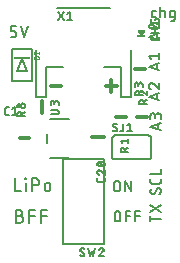
<source format=gbr>
G04 EAGLE Gerber RS-274X export*
G75*
%MOMM*%
%FSLAX34Y34*%
%LPD*%
%INSilkscreen Top*%
%IPPOS*%
%AMOC8*
5,1,8,0,0,1.08239X$1,22.5*%
G01*
%ADD10C,0.177800*%
%ADD11C,0.152400*%
%ADD12C,0.127000*%
%ADD13C,0.203200*%
%ADD14C,0.304800*%
%ADD15R,0.762000X0.127000*%
%ADD16R,1.400000X0.200000*%
%ADD17C,0.025400*%

G36*
X137834Y178186D02*
X137834Y178186D01*
X137854Y178184D01*
X137955Y178209D01*
X138057Y178228D01*
X138074Y178238D01*
X138093Y178242D01*
X138181Y178298D01*
X138271Y178349D01*
X138288Y178366D01*
X138301Y178374D01*
X138321Y178399D01*
X138389Y178467D01*
X140929Y181642D01*
X140944Y181668D01*
X140965Y181690D01*
X141004Y181775D01*
X141050Y181857D01*
X141056Y181886D01*
X141068Y181913D01*
X141078Y182006D01*
X141096Y182098D01*
X141092Y182128D01*
X141095Y182157D01*
X141075Y182249D01*
X141063Y182342D01*
X141049Y182369D01*
X141043Y182398D01*
X140995Y182478D01*
X140953Y182562D01*
X140932Y182583D01*
X140917Y182609D01*
X140845Y182670D01*
X140779Y182736D01*
X140753Y182749D01*
X140730Y182769D01*
X140643Y182804D01*
X140559Y182846D01*
X140529Y182850D01*
X140502Y182861D01*
X140335Y182879D01*
X135255Y182879D01*
X135226Y182874D01*
X135196Y182877D01*
X135105Y182855D01*
X135012Y182840D01*
X134986Y182826D01*
X134957Y182819D01*
X134878Y182768D01*
X134795Y182724D01*
X134774Y182703D01*
X134749Y182687D01*
X134690Y182614D01*
X134626Y182546D01*
X134613Y182519D01*
X134594Y182496D01*
X134561Y182408D01*
X134522Y182323D01*
X134519Y182293D01*
X134508Y182266D01*
X134505Y182172D01*
X134495Y182079D01*
X134501Y182049D01*
X134500Y182020D01*
X134527Y181930D01*
X134547Y181838D01*
X134562Y181813D01*
X134571Y181784D01*
X134661Y181642D01*
X137201Y178467D01*
X137278Y178398D01*
X137351Y178325D01*
X137369Y178316D01*
X137383Y178303D01*
X137479Y178261D01*
X137571Y178215D01*
X137591Y178213D01*
X137609Y178205D01*
X137712Y178196D01*
X137815Y178182D01*
X137834Y178186D01*
G37*
D10*
X30623Y57531D02*
X30623Y46609D01*
X35477Y46609D01*
X39721Y46609D02*
X39721Y53890D01*
X39418Y56924D02*
X39418Y57531D01*
X40025Y57531D01*
X40025Y56924D01*
X39418Y56924D01*
X45302Y57531D02*
X45302Y46609D01*
X45302Y57531D02*
X48336Y57531D01*
X48444Y57529D01*
X48552Y57523D01*
X48660Y57514D01*
X48768Y57500D01*
X48875Y57483D01*
X48981Y57462D01*
X49086Y57437D01*
X49191Y57408D01*
X49294Y57376D01*
X49396Y57340D01*
X49497Y57300D01*
X49596Y57257D01*
X49694Y57210D01*
X49790Y57160D01*
X49884Y57106D01*
X49976Y57049D01*
X50066Y56989D01*
X50154Y56926D01*
X50240Y56859D01*
X50323Y56790D01*
X50403Y56718D01*
X50481Y56642D01*
X50557Y56564D01*
X50629Y56484D01*
X50698Y56401D01*
X50765Y56315D01*
X50828Y56227D01*
X50888Y56137D01*
X50945Y56045D01*
X50999Y55951D01*
X51049Y55855D01*
X51096Y55757D01*
X51139Y55658D01*
X51179Y55557D01*
X51215Y55455D01*
X51247Y55352D01*
X51276Y55247D01*
X51301Y55142D01*
X51322Y55036D01*
X51339Y54929D01*
X51353Y54821D01*
X51362Y54713D01*
X51368Y54605D01*
X51370Y54497D01*
X51368Y54389D01*
X51362Y54281D01*
X51353Y54173D01*
X51339Y54065D01*
X51322Y53958D01*
X51301Y53852D01*
X51276Y53747D01*
X51247Y53642D01*
X51215Y53539D01*
X51179Y53437D01*
X51139Y53336D01*
X51096Y53237D01*
X51049Y53139D01*
X50999Y53043D01*
X50945Y52949D01*
X50888Y52857D01*
X50828Y52767D01*
X50765Y52679D01*
X50698Y52593D01*
X50629Y52510D01*
X50557Y52430D01*
X50481Y52352D01*
X50403Y52276D01*
X50323Y52204D01*
X50240Y52135D01*
X50154Y52068D01*
X50066Y52005D01*
X49976Y51945D01*
X49884Y51888D01*
X49790Y51834D01*
X49694Y51784D01*
X49596Y51737D01*
X49497Y51694D01*
X49396Y51654D01*
X49294Y51618D01*
X49191Y51586D01*
X49086Y51557D01*
X48981Y51532D01*
X48875Y51511D01*
X48768Y51494D01*
X48660Y51480D01*
X48552Y51471D01*
X48444Y51465D01*
X48336Y51463D01*
X45302Y51463D01*
X55963Y51463D02*
X55963Y49036D01*
X55963Y51463D02*
X55965Y51561D01*
X55971Y51658D01*
X55981Y51756D01*
X55994Y51852D01*
X56012Y51948D01*
X56034Y52044D01*
X56059Y52138D01*
X56088Y52232D01*
X56121Y52324D01*
X56157Y52414D01*
X56197Y52503D01*
X56241Y52591D01*
X56288Y52677D01*
X56339Y52760D01*
X56393Y52842D01*
X56450Y52921D01*
X56510Y52998D01*
X56573Y53072D01*
X56640Y53144D01*
X56709Y53213D01*
X56781Y53280D01*
X56855Y53343D01*
X56932Y53403D01*
X57011Y53460D01*
X57093Y53514D01*
X57177Y53565D01*
X57262Y53612D01*
X57350Y53656D01*
X57439Y53696D01*
X57529Y53732D01*
X57621Y53765D01*
X57715Y53794D01*
X57809Y53819D01*
X57905Y53841D01*
X58001Y53859D01*
X58097Y53872D01*
X58195Y53882D01*
X58292Y53888D01*
X58390Y53890D01*
X58488Y53888D01*
X58585Y53882D01*
X58683Y53872D01*
X58779Y53859D01*
X58875Y53841D01*
X58971Y53819D01*
X59065Y53794D01*
X59159Y53765D01*
X59251Y53732D01*
X59341Y53696D01*
X59430Y53656D01*
X59518Y53612D01*
X59604Y53565D01*
X59687Y53514D01*
X59769Y53460D01*
X59848Y53403D01*
X59925Y53343D01*
X59999Y53280D01*
X60071Y53213D01*
X60140Y53144D01*
X60207Y53072D01*
X60270Y52998D01*
X60330Y52921D01*
X60387Y52842D01*
X60441Y52760D01*
X60492Y52677D01*
X60539Y52591D01*
X60583Y52503D01*
X60623Y52414D01*
X60659Y52324D01*
X60692Y52232D01*
X60721Y52138D01*
X60746Y52044D01*
X60768Y51948D01*
X60786Y51852D01*
X60799Y51756D01*
X60809Y51658D01*
X60815Y51561D01*
X60817Y51463D01*
X60817Y49036D01*
X60815Y48938D01*
X60809Y48841D01*
X60799Y48743D01*
X60786Y48647D01*
X60768Y48551D01*
X60746Y48455D01*
X60721Y48361D01*
X60692Y48267D01*
X60659Y48175D01*
X60623Y48085D01*
X60583Y47996D01*
X60539Y47908D01*
X60492Y47822D01*
X60441Y47739D01*
X60387Y47657D01*
X60330Y47578D01*
X60270Y47501D01*
X60207Y47427D01*
X60140Y47355D01*
X60071Y47286D01*
X59999Y47219D01*
X59925Y47156D01*
X59848Y47096D01*
X59769Y47039D01*
X59687Y46985D01*
X59603Y46934D01*
X59518Y46887D01*
X59430Y46843D01*
X59341Y46803D01*
X59251Y46767D01*
X59159Y46734D01*
X59065Y46705D01*
X58971Y46680D01*
X58875Y46658D01*
X58779Y46640D01*
X58683Y46627D01*
X58585Y46617D01*
X58488Y46611D01*
X58390Y46609D01*
X58292Y46611D01*
X58195Y46617D01*
X58097Y46627D01*
X58001Y46640D01*
X57905Y46658D01*
X57809Y46680D01*
X57715Y46705D01*
X57621Y46734D01*
X57529Y46767D01*
X57439Y46803D01*
X57350Y46843D01*
X57262Y46887D01*
X57176Y46934D01*
X57093Y46985D01*
X57011Y47039D01*
X56932Y47096D01*
X56855Y47156D01*
X56781Y47219D01*
X56709Y47286D01*
X56640Y47355D01*
X56573Y47427D01*
X56510Y47501D01*
X56450Y47578D01*
X56393Y47657D01*
X56339Y47739D01*
X56288Y47823D01*
X56241Y47908D01*
X56197Y47996D01*
X56157Y48085D01*
X56121Y48175D01*
X56088Y48267D01*
X56059Y48361D01*
X56034Y48455D01*
X56012Y48551D01*
X55994Y48647D01*
X55981Y48743D01*
X55971Y48841D01*
X55965Y48938D01*
X55963Y49036D01*
D11*
X147999Y193802D02*
X149918Y193802D01*
X147999Y193802D02*
X147924Y193804D01*
X147849Y193810D01*
X147774Y193820D01*
X147700Y193833D01*
X147627Y193851D01*
X147554Y193872D01*
X147483Y193898D01*
X147414Y193926D01*
X147346Y193959D01*
X147280Y193995D01*
X147215Y194034D01*
X147153Y194077D01*
X147093Y194123D01*
X147036Y194172D01*
X146981Y194223D01*
X146930Y194278D01*
X146881Y194335D01*
X146835Y194395D01*
X146792Y194457D01*
X146753Y194522D01*
X146717Y194588D01*
X146684Y194656D01*
X146656Y194725D01*
X146630Y194796D01*
X146609Y194869D01*
X146591Y194942D01*
X146578Y195016D01*
X146568Y195091D01*
X146562Y195166D01*
X146560Y195241D01*
X146560Y198120D01*
X146562Y198195D01*
X146568Y198270D01*
X146578Y198345D01*
X146591Y198419D01*
X146609Y198492D01*
X146630Y198565D01*
X146656Y198636D01*
X146684Y198705D01*
X146717Y198773D01*
X146753Y198840D01*
X146792Y198904D01*
X146835Y198966D01*
X146881Y199026D01*
X146930Y199083D01*
X146981Y199138D01*
X147036Y199189D01*
X147093Y199238D01*
X147153Y199284D01*
X147215Y199327D01*
X147280Y199366D01*
X147346Y199402D01*
X147414Y199435D01*
X147483Y199463D01*
X147554Y199489D01*
X147627Y199510D01*
X147700Y199528D01*
X147774Y199541D01*
X147849Y199551D01*
X147924Y199557D01*
X147999Y199559D01*
X149918Y199559D01*
X153860Y202438D02*
X153860Y193802D01*
X153860Y199559D02*
X156259Y199559D01*
X156334Y199557D01*
X156409Y199551D01*
X156484Y199541D01*
X156558Y199528D01*
X156631Y199510D01*
X156704Y199489D01*
X156775Y199463D01*
X156844Y199435D01*
X156912Y199402D01*
X156978Y199366D01*
X157043Y199327D01*
X157105Y199284D01*
X157165Y199238D01*
X157222Y199189D01*
X157277Y199138D01*
X157328Y199083D01*
X157377Y199026D01*
X157423Y198966D01*
X157466Y198904D01*
X157505Y198840D01*
X157541Y198773D01*
X157574Y198705D01*
X157602Y198636D01*
X157628Y198565D01*
X157649Y198492D01*
X157667Y198419D01*
X157680Y198345D01*
X157690Y198270D01*
X157696Y198195D01*
X157698Y198120D01*
X157698Y193802D01*
X163461Y193802D02*
X165860Y193802D01*
X163461Y193802D02*
X163386Y193804D01*
X163311Y193810D01*
X163236Y193820D01*
X163162Y193833D01*
X163089Y193851D01*
X163016Y193872D01*
X162945Y193898D01*
X162876Y193926D01*
X162808Y193959D01*
X162742Y193995D01*
X162677Y194034D01*
X162615Y194077D01*
X162555Y194123D01*
X162498Y194172D01*
X162443Y194223D01*
X162392Y194278D01*
X162343Y194335D01*
X162297Y194395D01*
X162254Y194457D01*
X162215Y194522D01*
X162179Y194588D01*
X162146Y194656D01*
X162118Y194725D01*
X162092Y194796D01*
X162071Y194869D01*
X162053Y194942D01*
X162040Y195016D01*
X162030Y195091D01*
X162024Y195166D01*
X162022Y195241D01*
X162022Y198120D01*
X162024Y198195D01*
X162030Y198270D01*
X162040Y198345D01*
X162053Y198419D01*
X162071Y198492D01*
X162092Y198565D01*
X162118Y198636D01*
X162146Y198705D01*
X162179Y198773D01*
X162215Y198840D01*
X162254Y198904D01*
X162297Y198966D01*
X162343Y199026D01*
X162392Y199083D01*
X162443Y199138D01*
X162498Y199189D01*
X162555Y199238D01*
X162615Y199284D01*
X162677Y199327D01*
X162742Y199366D01*
X162808Y199402D01*
X162876Y199435D01*
X162945Y199463D01*
X163016Y199489D01*
X163089Y199510D01*
X163162Y199528D01*
X163236Y199541D01*
X163311Y199551D01*
X163386Y199557D01*
X163461Y199559D01*
X165860Y199559D01*
X165860Y192363D01*
X165858Y192288D01*
X165852Y192213D01*
X165842Y192138D01*
X165829Y192064D01*
X165811Y191991D01*
X165790Y191918D01*
X165764Y191847D01*
X165736Y191778D01*
X165703Y191710D01*
X165667Y191644D01*
X165628Y191579D01*
X165585Y191517D01*
X165539Y191457D01*
X165490Y191400D01*
X165439Y191345D01*
X165384Y191294D01*
X165327Y191245D01*
X165267Y191199D01*
X165205Y191156D01*
X165141Y191117D01*
X165074Y191081D01*
X165006Y191048D01*
X164937Y191020D01*
X164866Y190994D01*
X164793Y190973D01*
X164720Y190955D01*
X164646Y190942D01*
X164571Y190932D01*
X164496Y190926D01*
X164421Y190924D01*
X164421Y190923D02*
X162501Y190923D01*
D12*
X114726Y52776D02*
X114726Y48824D01*
X114727Y52776D02*
X114729Y52874D01*
X114735Y52972D01*
X114745Y53070D01*
X114758Y53167D01*
X114776Y53264D01*
X114797Y53360D01*
X114822Y53454D01*
X114851Y53548D01*
X114883Y53641D01*
X114920Y53732D01*
X114959Y53822D01*
X115003Y53910D01*
X115050Y53996D01*
X115100Y54081D01*
X115153Y54163D01*
X115210Y54243D01*
X115270Y54321D01*
X115333Y54396D01*
X115399Y54469D01*
X115468Y54539D01*
X115539Y54606D01*
X115613Y54671D01*
X115690Y54732D01*
X115769Y54791D01*
X115850Y54846D01*
X115933Y54898D01*
X116019Y54946D01*
X116106Y54991D01*
X116195Y55033D01*
X116285Y55071D01*
X116377Y55105D01*
X116470Y55136D01*
X116565Y55163D01*
X116660Y55186D01*
X116757Y55206D01*
X116853Y55221D01*
X116951Y55233D01*
X117049Y55241D01*
X117147Y55245D01*
X117245Y55245D01*
X117343Y55241D01*
X117441Y55233D01*
X117539Y55221D01*
X117635Y55206D01*
X117732Y55186D01*
X117827Y55163D01*
X117922Y55136D01*
X118015Y55105D01*
X118107Y55071D01*
X118197Y55033D01*
X118286Y54991D01*
X118373Y54946D01*
X118459Y54898D01*
X118542Y54846D01*
X118623Y54791D01*
X118702Y54732D01*
X118779Y54671D01*
X118853Y54606D01*
X118924Y54539D01*
X118993Y54469D01*
X119059Y54396D01*
X119122Y54321D01*
X119182Y54243D01*
X119239Y54163D01*
X119292Y54081D01*
X119342Y53996D01*
X119389Y53910D01*
X119433Y53822D01*
X119472Y53732D01*
X119509Y53641D01*
X119541Y53548D01*
X119570Y53454D01*
X119595Y53360D01*
X119616Y53264D01*
X119634Y53167D01*
X119647Y53070D01*
X119657Y52972D01*
X119663Y52874D01*
X119665Y52776D01*
X119665Y48824D01*
X119663Y48726D01*
X119657Y48628D01*
X119647Y48530D01*
X119634Y48433D01*
X119616Y48336D01*
X119595Y48240D01*
X119570Y48146D01*
X119541Y48052D01*
X119509Y47959D01*
X119472Y47868D01*
X119433Y47778D01*
X119389Y47690D01*
X119342Y47604D01*
X119292Y47519D01*
X119239Y47437D01*
X119182Y47357D01*
X119122Y47279D01*
X119059Y47204D01*
X118993Y47131D01*
X118924Y47061D01*
X118853Y46994D01*
X118779Y46929D01*
X118702Y46868D01*
X118623Y46809D01*
X118542Y46754D01*
X118459Y46702D01*
X118373Y46654D01*
X118286Y46609D01*
X118197Y46567D01*
X118107Y46529D01*
X118015Y46495D01*
X117922Y46464D01*
X117827Y46437D01*
X117732Y46414D01*
X117635Y46394D01*
X117539Y46379D01*
X117441Y46367D01*
X117343Y46359D01*
X117245Y46355D01*
X117147Y46355D01*
X117049Y46359D01*
X116951Y46367D01*
X116853Y46379D01*
X116757Y46394D01*
X116660Y46414D01*
X116565Y46437D01*
X116470Y46464D01*
X116377Y46495D01*
X116285Y46529D01*
X116195Y46567D01*
X116106Y46609D01*
X116019Y46654D01*
X115933Y46702D01*
X115850Y46754D01*
X115769Y46809D01*
X115690Y46868D01*
X115613Y46929D01*
X115539Y46994D01*
X115468Y47061D01*
X115399Y47131D01*
X115333Y47204D01*
X115270Y47279D01*
X115210Y47357D01*
X115153Y47437D01*
X115100Y47519D01*
X115050Y47604D01*
X115003Y47690D01*
X114959Y47778D01*
X114920Y47868D01*
X114883Y47959D01*
X114851Y48052D01*
X114822Y48146D01*
X114797Y48240D01*
X114776Y48336D01*
X114758Y48433D01*
X114745Y48530D01*
X114735Y48628D01*
X114729Y48726D01*
X114727Y48824D01*
X124175Y46355D02*
X124175Y55245D01*
X129114Y46355D01*
X129114Y55245D01*
X115056Y27376D02*
X115056Y23424D01*
X115057Y27376D02*
X115059Y27474D01*
X115065Y27572D01*
X115075Y27670D01*
X115088Y27767D01*
X115106Y27864D01*
X115127Y27960D01*
X115152Y28054D01*
X115181Y28148D01*
X115213Y28241D01*
X115250Y28332D01*
X115289Y28422D01*
X115333Y28510D01*
X115380Y28596D01*
X115430Y28681D01*
X115483Y28763D01*
X115540Y28843D01*
X115600Y28921D01*
X115663Y28996D01*
X115729Y29069D01*
X115798Y29139D01*
X115869Y29206D01*
X115943Y29271D01*
X116020Y29332D01*
X116099Y29391D01*
X116180Y29446D01*
X116263Y29498D01*
X116349Y29546D01*
X116436Y29591D01*
X116525Y29633D01*
X116615Y29671D01*
X116707Y29705D01*
X116800Y29736D01*
X116895Y29763D01*
X116990Y29786D01*
X117087Y29806D01*
X117183Y29821D01*
X117281Y29833D01*
X117379Y29841D01*
X117477Y29845D01*
X117575Y29845D01*
X117673Y29841D01*
X117771Y29833D01*
X117869Y29821D01*
X117965Y29806D01*
X118062Y29786D01*
X118157Y29763D01*
X118252Y29736D01*
X118345Y29705D01*
X118437Y29671D01*
X118527Y29633D01*
X118616Y29591D01*
X118703Y29546D01*
X118789Y29498D01*
X118872Y29446D01*
X118953Y29391D01*
X119032Y29332D01*
X119109Y29271D01*
X119183Y29206D01*
X119254Y29139D01*
X119323Y29069D01*
X119389Y28996D01*
X119452Y28921D01*
X119512Y28843D01*
X119569Y28763D01*
X119622Y28681D01*
X119672Y28596D01*
X119719Y28510D01*
X119763Y28422D01*
X119802Y28332D01*
X119839Y28241D01*
X119871Y28148D01*
X119900Y28054D01*
X119925Y27960D01*
X119946Y27864D01*
X119964Y27767D01*
X119977Y27670D01*
X119987Y27572D01*
X119993Y27474D01*
X119995Y27376D01*
X119995Y23424D01*
X119993Y23326D01*
X119987Y23228D01*
X119977Y23130D01*
X119964Y23033D01*
X119946Y22936D01*
X119925Y22840D01*
X119900Y22746D01*
X119871Y22652D01*
X119839Y22559D01*
X119802Y22468D01*
X119763Y22378D01*
X119719Y22290D01*
X119672Y22204D01*
X119622Y22119D01*
X119569Y22037D01*
X119512Y21957D01*
X119452Y21879D01*
X119389Y21804D01*
X119323Y21731D01*
X119254Y21661D01*
X119183Y21594D01*
X119109Y21529D01*
X119032Y21468D01*
X118953Y21409D01*
X118872Y21354D01*
X118789Y21302D01*
X118703Y21254D01*
X118616Y21209D01*
X118527Y21167D01*
X118437Y21129D01*
X118345Y21095D01*
X118252Y21064D01*
X118157Y21037D01*
X118062Y21014D01*
X117965Y20994D01*
X117869Y20979D01*
X117771Y20967D01*
X117673Y20959D01*
X117575Y20955D01*
X117477Y20955D01*
X117379Y20959D01*
X117281Y20967D01*
X117183Y20979D01*
X117087Y20994D01*
X116990Y21014D01*
X116895Y21037D01*
X116800Y21064D01*
X116707Y21095D01*
X116615Y21129D01*
X116525Y21167D01*
X116436Y21209D01*
X116349Y21254D01*
X116263Y21302D01*
X116180Y21354D01*
X116099Y21409D01*
X116020Y21468D01*
X115943Y21529D01*
X115869Y21594D01*
X115798Y21661D01*
X115729Y21731D01*
X115663Y21804D01*
X115600Y21879D01*
X115540Y21957D01*
X115483Y22037D01*
X115430Y22119D01*
X115380Y22204D01*
X115333Y22290D01*
X115289Y22378D01*
X115250Y22468D01*
X115213Y22559D01*
X115181Y22652D01*
X115152Y22746D01*
X115127Y22840D01*
X115106Y22936D01*
X115088Y23033D01*
X115075Y23130D01*
X115065Y23228D01*
X115059Y23326D01*
X115057Y23424D01*
X124528Y20955D02*
X124528Y29845D01*
X128479Y29845D01*
X128479Y25894D02*
X124528Y25894D01*
X132453Y29845D02*
X132453Y20955D01*
X132453Y29845D02*
X136404Y29845D01*
X136404Y25894D02*
X132453Y25894D01*
X145415Y23426D02*
X154305Y23426D01*
X145415Y20956D02*
X145415Y25895D01*
X145415Y34924D02*
X154305Y28997D01*
X154305Y34924D02*
X145415Y28997D01*
X154305Y47204D02*
X154303Y47290D01*
X154297Y47376D01*
X154288Y47462D01*
X154275Y47547D01*
X154258Y47632D01*
X154238Y47715D01*
X154214Y47798D01*
X154186Y47880D01*
X154155Y47960D01*
X154120Y48039D01*
X154082Y48116D01*
X154040Y48192D01*
X153996Y48266D01*
X153948Y48337D01*
X153897Y48407D01*
X153843Y48474D01*
X153786Y48539D01*
X153726Y48601D01*
X153664Y48661D01*
X153599Y48718D01*
X153532Y48772D01*
X153462Y48823D01*
X153391Y48871D01*
X153317Y48915D01*
X153241Y48957D01*
X153164Y48995D01*
X153085Y49030D01*
X153005Y49061D01*
X152923Y49089D01*
X152840Y49113D01*
X152757Y49133D01*
X152672Y49150D01*
X152587Y49163D01*
X152501Y49172D01*
X152415Y49178D01*
X152329Y49180D01*
X154306Y47204D02*
X154304Y47077D01*
X154298Y46951D01*
X154289Y46824D01*
X154275Y46698D01*
X154258Y46573D01*
X154237Y46448D01*
X154212Y46323D01*
X154183Y46200D01*
X154151Y46077D01*
X154115Y45956D01*
X154075Y45835D01*
X154032Y45716D01*
X153985Y45599D01*
X153934Y45482D01*
X153880Y45368D01*
X153823Y45255D01*
X153762Y45144D01*
X153698Y45034D01*
X153630Y44927D01*
X153560Y44822D01*
X153486Y44719D01*
X153409Y44618D01*
X153329Y44520D01*
X153246Y44424D01*
X153160Y44331D01*
X153071Y44240D01*
X147391Y44487D02*
X147305Y44489D01*
X147219Y44495D01*
X147133Y44504D01*
X147048Y44517D01*
X146963Y44534D01*
X146880Y44554D01*
X146797Y44578D01*
X146715Y44606D01*
X146635Y44637D01*
X146556Y44672D01*
X146479Y44710D01*
X146403Y44752D01*
X146329Y44796D01*
X146258Y44844D01*
X146188Y44895D01*
X146121Y44949D01*
X146056Y45006D01*
X145994Y45066D01*
X145934Y45128D01*
X145877Y45193D01*
X145823Y45260D01*
X145772Y45330D01*
X145724Y45401D01*
X145680Y45475D01*
X145638Y45551D01*
X145600Y45628D01*
X145565Y45707D01*
X145534Y45787D01*
X145506Y45869D01*
X145482Y45952D01*
X145462Y46035D01*
X145445Y46120D01*
X145432Y46205D01*
X145423Y46291D01*
X145417Y46377D01*
X145415Y46463D01*
X145417Y46582D01*
X145423Y46701D01*
X145432Y46820D01*
X145446Y46938D01*
X145463Y47056D01*
X145484Y47174D01*
X145509Y47290D01*
X145537Y47406D01*
X145569Y47521D01*
X145605Y47634D01*
X145645Y47747D01*
X145688Y47858D01*
X145734Y47968D01*
X145784Y48076D01*
X145838Y48182D01*
X145895Y48287D01*
X145955Y48389D01*
X146019Y48490D01*
X146086Y48589D01*
X146156Y48685D01*
X149119Y45476D02*
X149074Y45402D01*
X149025Y45330D01*
X148973Y45260D01*
X148918Y45193D01*
X148860Y45128D01*
X148800Y45066D01*
X148737Y45007D01*
X148671Y44950D01*
X148603Y44896D01*
X148533Y44845D01*
X148461Y44797D01*
X148386Y44752D01*
X148310Y44711D01*
X148232Y44673D01*
X148152Y44638D01*
X148071Y44607D01*
X147989Y44579D01*
X147906Y44555D01*
X147822Y44535D01*
X147736Y44518D01*
X147651Y44505D01*
X147564Y44496D01*
X147478Y44490D01*
X147391Y44488D01*
X150601Y48191D02*
X150646Y48265D01*
X150695Y48337D01*
X150747Y48407D01*
X150802Y48474D01*
X150860Y48539D01*
X150920Y48601D01*
X150983Y48661D01*
X151049Y48717D01*
X151117Y48771D01*
X151187Y48822D01*
X151259Y48870D01*
X151334Y48915D01*
X151410Y48956D01*
X151488Y48994D01*
X151568Y49029D01*
X151649Y49060D01*
X151731Y49088D01*
X151814Y49112D01*
X151898Y49132D01*
X151984Y49149D01*
X152069Y49162D01*
X152156Y49171D01*
X152242Y49177D01*
X152329Y49179D01*
X150601Y48192D02*
X149119Y45476D01*
X154305Y55022D02*
X154305Y56997D01*
X154305Y55022D02*
X154303Y54933D01*
X154297Y54845D01*
X154287Y54757D01*
X154273Y54669D01*
X154255Y54582D01*
X154234Y54496D01*
X154208Y54411D01*
X154179Y54328D01*
X154146Y54245D01*
X154109Y54165D01*
X154069Y54086D01*
X154025Y54009D01*
X153978Y53933D01*
X153928Y53861D01*
X153874Y53790D01*
X153817Y53722D01*
X153757Y53656D01*
X153695Y53594D01*
X153629Y53534D01*
X153561Y53477D01*
X153490Y53423D01*
X153418Y53373D01*
X153343Y53326D01*
X153265Y53282D01*
X153186Y53242D01*
X153106Y53205D01*
X153023Y53172D01*
X152940Y53143D01*
X152855Y53117D01*
X152769Y53096D01*
X152682Y53078D01*
X152594Y53064D01*
X152506Y53054D01*
X152418Y53048D01*
X152329Y53046D01*
X147391Y53046D01*
X147302Y53048D01*
X147214Y53054D01*
X147126Y53064D01*
X147038Y53078D01*
X146951Y53096D01*
X146865Y53117D01*
X146780Y53143D01*
X146697Y53172D01*
X146614Y53205D01*
X146534Y53242D01*
X146455Y53282D01*
X146378Y53326D01*
X146302Y53373D01*
X146230Y53423D01*
X146159Y53477D01*
X146091Y53534D01*
X146025Y53594D01*
X145963Y53656D01*
X145903Y53722D01*
X145846Y53790D01*
X145792Y53861D01*
X145742Y53933D01*
X145695Y54008D01*
X145651Y54086D01*
X145611Y54165D01*
X145574Y54245D01*
X145541Y54328D01*
X145512Y54411D01*
X145486Y54496D01*
X145465Y54582D01*
X145447Y54669D01*
X145433Y54757D01*
X145423Y54845D01*
X145417Y54933D01*
X145415Y55022D01*
X145415Y56997D01*
X145415Y61028D02*
X154305Y61028D01*
X154305Y64979D01*
X29965Y177165D02*
X27002Y177165D01*
X29965Y177165D02*
X30054Y177167D01*
X30142Y177173D01*
X30230Y177183D01*
X30318Y177197D01*
X30405Y177215D01*
X30491Y177236D01*
X30576Y177262D01*
X30659Y177291D01*
X30742Y177324D01*
X30822Y177361D01*
X30901Y177401D01*
X30978Y177445D01*
X31054Y177492D01*
X31126Y177542D01*
X31197Y177596D01*
X31265Y177653D01*
X31331Y177713D01*
X31393Y177775D01*
X31453Y177841D01*
X31510Y177909D01*
X31564Y177980D01*
X31614Y178052D01*
X31661Y178127D01*
X31705Y178205D01*
X31745Y178284D01*
X31782Y178364D01*
X31815Y178447D01*
X31844Y178530D01*
X31870Y178615D01*
X31891Y178701D01*
X31909Y178788D01*
X31923Y178876D01*
X31933Y178964D01*
X31939Y179052D01*
X31941Y179141D01*
X31941Y180128D01*
X31939Y180214D01*
X31933Y180300D01*
X31924Y180386D01*
X31911Y180471D01*
X31894Y180556D01*
X31874Y180639D01*
X31850Y180722D01*
X31822Y180804D01*
X31791Y180884D01*
X31756Y180963D01*
X31718Y181040D01*
X31676Y181116D01*
X31632Y181190D01*
X31584Y181261D01*
X31533Y181331D01*
X31479Y181398D01*
X31422Y181463D01*
X31362Y181525D01*
X31300Y181585D01*
X31235Y181642D01*
X31168Y181696D01*
X31098Y181747D01*
X31027Y181795D01*
X30953Y181839D01*
X30877Y181881D01*
X30800Y181919D01*
X30721Y181954D01*
X30641Y181985D01*
X30559Y182013D01*
X30476Y182037D01*
X30393Y182057D01*
X30308Y182074D01*
X30223Y182087D01*
X30137Y182096D01*
X30051Y182102D01*
X29965Y182104D01*
X27002Y182104D01*
X27002Y186055D01*
X31941Y186055D01*
X35652Y186055D02*
X38615Y177165D01*
X41578Y186055D01*
X144145Y151885D02*
X153035Y148922D01*
X153035Y154848D02*
X144145Y151885D01*
X150813Y154107D02*
X150813Y149662D01*
X146121Y158560D02*
X144145Y161029D01*
X153035Y161029D01*
X153035Y158560D02*
X153035Y163498D01*
X144145Y126485D02*
X153035Y123522D01*
X153035Y129448D02*
X144145Y126485D01*
X150813Y128707D02*
X150813Y124262D01*
X144145Y135876D02*
X144147Y135968D01*
X144153Y136060D01*
X144162Y136151D01*
X144175Y136242D01*
X144192Y136332D01*
X144213Y136422D01*
X144237Y136510D01*
X144265Y136598D01*
X144297Y136684D01*
X144332Y136769D01*
X144371Y136852D01*
X144413Y136934D01*
X144458Y137014D01*
X144507Y137092D01*
X144559Y137168D01*
X144614Y137241D01*
X144672Y137313D01*
X144732Y137382D01*
X144796Y137448D01*
X144862Y137512D01*
X144931Y137572D01*
X145003Y137630D01*
X145076Y137685D01*
X145152Y137737D01*
X145230Y137786D01*
X145310Y137831D01*
X145392Y137873D01*
X145475Y137912D01*
X145560Y137947D01*
X145646Y137979D01*
X145734Y138007D01*
X145822Y138031D01*
X145912Y138052D01*
X146002Y138069D01*
X146093Y138082D01*
X146184Y138091D01*
X146276Y138097D01*
X146368Y138099D01*
X144145Y135876D02*
X144147Y135770D01*
X144153Y135665D01*
X144163Y135560D01*
X144176Y135455D01*
X144194Y135351D01*
X144215Y135248D01*
X144240Y135145D01*
X144269Y135043D01*
X144302Y134943D01*
X144338Y134844D01*
X144378Y134746D01*
X144422Y134650D01*
X144469Y134555D01*
X144519Y134463D01*
X144573Y134372D01*
X144631Y134283D01*
X144691Y134197D01*
X144755Y134113D01*
X144821Y134031D01*
X144891Y133951D01*
X144964Y133875D01*
X145039Y133801D01*
X145117Y133730D01*
X145198Y133662D01*
X145281Y133596D01*
X145367Y133534D01*
X145454Y133476D01*
X145544Y133420D01*
X145636Y133368D01*
X145730Y133319D01*
X145825Y133274D01*
X145922Y133232D01*
X146021Y133194D01*
X146120Y133160D01*
X148097Y137357D02*
X148028Y137426D01*
X147958Y137492D01*
X147884Y137555D01*
X147808Y137614D01*
X147730Y137671D01*
X147650Y137725D01*
X147567Y137775D01*
X147483Y137822D01*
X147396Y137865D01*
X147308Y137905D01*
X147219Y137941D01*
X147128Y137974D01*
X147036Y138003D01*
X146942Y138028D01*
X146848Y138049D01*
X146753Y138067D01*
X146657Y138080D01*
X146561Y138090D01*
X146465Y138096D01*
X146368Y138098D01*
X148096Y137358D02*
X153035Y133160D01*
X153035Y138098D01*
X153035Y174322D02*
X144145Y177285D01*
X153035Y180248D01*
X150813Y179507D02*
X150813Y175062D01*
X148590Y183960D02*
X148415Y183962D01*
X148240Y183968D01*
X148066Y183979D01*
X147891Y183993D01*
X147718Y184012D01*
X147544Y184035D01*
X147371Y184062D01*
X147199Y184093D01*
X147028Y184128D01*
X146858Y184168D01*
X146688Y184211D01*
X146520Y184259D01*
X146353Y184310D01*
X146187Y184365D01*
X146022Y184425D01*
X145859Y184488D01*
X145698Y184555D01*
X145538Y184626D01*
X145380Y184701D01*
X145379Y184701D02*
X145301Y184730D01*
X145223Y184762D01*
X145148Y184799D01*
X145074Y184838D01*
X145002Y184881D01*
X144931Y184927D01*
X144864Y184977D01*
X144798Y185029D01*
X144735Y185084D01*
X144675Y185143D01*
X144617Y185204D01*
X144562Y185267D01*
X144510Y185333D01*
X144461Y185402D01*
X144416Y185472D01*
X144373Y185544D01*
X144334Y185619D01*
X144299Y185695D01*
X144267Y185772D01*
X144239Y185851D01*
X144214Y185932D01*
X144193Y186013D01*
X144176Y186095D01*
X144162Y186178D01*
X144153Y186261D01*
X144147Y186345D01*
X144145Y186429D01*
X144147Y186513D01*
X144153Y186597D01*
X144162Y186680D01*
X144176Y186763D01*
X144193Y186845D01*
X144214Y186926D01*
X144239Y187007D01*
X144267Y187086D01*
X144299Y187163D01*
X144334Y187239D01*
X144373Y187314D01*
X144416Y187386D01*
X144461Y187457D01*
X144510Y187525D01*
X144562Y187591D01*
X144617Y187654D01*
X144675Y187715D01*
X144735Y187774D01*
X144798Y187829D01*
X144864Y187881D01*
X144931Y187931D01*
X145002Y187977D01*
X145074Y188020D01*
X145148Y188059D01*
X145223Y188096D01*
X145301Y188128D01*
X145380Y188157D01*
X145380Y188158D02*
X145538Y188233D01*
X145698Y188304D01*
X145859Y188371D01*
X146022Y188434D01*
X146187Y188494D01*
X146353Y188549D01*
X146520Y188600D01*
X146688Y188648D01*
X146858Y188691D01*
X147028Y188731D01*
X147199Y188766D01*
X147371Y188797D01*
X147544Y188824D01*
X147718Y188847D01*
X147891Y188866D01*
X148066Y188880D01*
X148240Y188891D01*
X148415Y188897D01*
X148590Y188899D01*
X148590Y183960D02*
X148765Y183962D01*
X148940Y183968D01*
X149114Y183979D01*
X149289Y183993D01*
X149462Y184012D01*
X149636Y184035D01*
X149809Y184062D01*
X149981Y184093D01*
X150152Y184128D01*
X150322Y184168D01*
X150492Y184211D01*
X150660Y184259D01*
X150827Y184310D01*
X150993Y184365D01*
X151158Y184425D01*
X151321Y184488D01*
X151482Y184555D01*
X151642Y184626D01*
X151800Y184701D01*
X151801Y184701D02*
X151879Y184730D01*
X151957Y184762D01*
X152032Y184799D01*
X152106Y184838D01*
X152179Y184881D01*
X152249Y184927D01*
X152316Y184977D01*
X152382Y185029D01*
X152445Y185085D01*
X152506Y185143D01*
X152563Y185204D01*
X152618Y185267D01*
X152670Y185333D01*
X152719Y185402D01*
X152764Y185472D01*
X152807Y185544D01*
X152846Y185619D01*
X152881Y185695D01*
X152913Y185773D01*
X152941Y185852D01*
X152966Y185932D01*
X152987Y186013D01*
X153004Y186095D01*
X153018Y186178D01*
X153027Y186261D01*
X153033Y186345D01*
X153035Y186429D01*
X151800Y188158D02*
X151642Y188233D01*
X151482Y188304D01*
X151321Y188371D01*
X151158Y188434D01*
X150993Y188494D01*
X150827Y188549D01*
X150660Y188600D01*
X150492Y188648D01*
X150322Y188691D01*
X150152Y188731D01*
X149981Y188766D01*
X149809Y188797D01*
X149636Y188824D01*
X149462Y188847D01*
X149289Y188866D01*
X149114Y188880D01*
X148940Y188891D01*
X148765Y188897D01*
X148590Y188899D01*
X151801Y188157D02*
X151879Y188128D01*
X151957Y188096D01*
X152032Y188059D01*
X152106Y188020D01*
X152179Y187977D01*
X152249Y187931D01*
X152316Y187881D01*
X152382Y187829D01*
X152445Y187773D01*
X152505Y187715D01*
X152563Y187654D01*
X152618Y187591D01*
X152670Y187525D01*
X152719Y187456D01*
X152764Y187386D01*
X152807Y187314D01*
X152846Y187239D01*
X152881Y187163D01*
X152913Y187086D01*
X152941Y187007D01*
X152966Y186926D01*
X152987Y186845D01*
X153004Y186763D01*
X153018Y186680D01*
X153027Y186597D01*
X153033Y186513D01*
X153035Y186429D01*
X151059Y184453D02*
X146121Y188405D01*
X145415Y101085D02*
X154305Y98122D01*
X154305Y104048D02*
X145415Y101085D01*
X152083Y103307D02*
X152083Y98862D01*
X154305Y107760D02*
X154305Y110229D01*
X154303Y110327D01*
X154297Y110425D01*
X154287Y110523D01*
X154274Y110620D01*
X154256Y110717D01*
X154235Y110813D01*
X154210Y110907D01*
X154181Y111001D01*
X154149Y111094D01*
X154112Y111185D01*
X154073Y111275D01*
X154029Y111363D01*
X153982Y111449D01*
X153932Y111534D01*
X153879Y111616D01*
X153822Y111696D01*
X153762Y111774D01*
X153699Y111849D01*
X153633Y111922D01*
X153564Y111992D01*
X153493Y112059D01*
X153419Y112124D01*
X153342Y112185D01*
X153263Y112244D01*
X153182Y112299D01*
X153099Y112351D01*
X153013Y112399D01*
X152926Y112444D01*
X152837Y112486D01*
X152747Y112524D01*
X152655Y112558D01*
X152562Y112589D01*
X152467Y112616D01*
X152372Y112639D01*
X152275Y112659D01*
X152179Y112674D01*
X152081Y112686D01*
X151983Y112694D01*
X151885Y112698D01*
X151787Y112698D01*
X151689Y112694D01*
X151591Y112686D01*
X151493Y112674D01*
X151397Y112659D01*
X151300Y112639D01*
X151205Y112616D01*
X151110Y112589D01*
X151017Y112558D01*
X150925Y112524D01*
X150835Y112486D01*
X150746Y112444D01*
X150659Y112399D01*
X150573Y112351D01*
X150490Y112299D01*
X150409Y112244D01*
X150330Y112185D01*
X150253Y112124D01*
X150179Y112059D01*
X150108Y111992D01*
X150039Y111922D01*
X149973Y111849D01*
X149910Y111774D01*
X149850Y111696D01*
X149793Y111616D01*
X149740Y111534D01*
X149690Y111449D01*
X149643Y111363D01*
X149599Y111275D01*
X149560Y111185D01*
X149523Y111094D01*
X149491Y111001D01*
X149462Y110907D01*
X149437Y110813D01*
X149416Y110717D01*
X149398Y110620D01*
X149385Y110523D01*
X149375Y110425D01*
X149369Y110327D01*
X149367Y110229D01*
X145415Y110723D02*
X145415Y107760D01*
X145415Y110723D02*
X145417Y110810D01*
X145423Y110898D01*
X145432Y110985D01*
X145446Y111071D01*
X145463Y111157D01*
X145484Y111241D01*
X145509Y111325D01*
X145538Y111408D01*
X145570Y111489D01*
X145605Y111569D01*
X145644Y111647D01*
X145687Y111724D01*
X145733Y111798D01*
X145782Y111870D01*
X145834Y111940D01*
X145890Y112008D01*
X145948Y112073D01*
X146009Y112136D01*
X146073Y112195D01*
X146140Y112252D01*
X146208Y112306D01*
X146280Y112357D01*
X146353Y112404D01*
X146428Y112449D01*
X146506Y112490D01*
X146585Y112527D01*
X146665Y112561D01*
X146747Y112591D01*
X146830Y112618D01*
X146915Y112641D01*
X147000Y112660D01*
X147086Y112675D01*
X147173Y112687D01*
X147260Y112695D01*
X147347Y112699D01*
X147435Y112699D01*
X147522Y112695D01*
X147609Y112687D01*
X147696Y112675D01*
X147782Y112660D01*
X147867Y112641D01*
X147952Y112618D01*
X148035Y112591D01*
X148117Y112561D01*
X148197Y112527D01*
X148276Y112490D01*
X148354Y112449D01*
X148429Y112404D01*
X148502Y112357D01*
X148574Y112306D01*
X148642Y112252D01*
X148709Y112195D01*
X148773Y112136D01*
X148834Y112073D01*
X148892Y112008D01*
X148948Y111940D01*
X149000Y111870D01*
X149049Y111798D01*
X149095Y111724D01*
X149138Y111647D01*
X149177Y111569D01*
X149212Y111489D01*
X149244Y111408D01*
X149273Y111325D01*
X149298Y111241D01*
X149319Y111157D01*
X149336Y111071D01*
X149350Y110985D01*
X149359Y110898D01*
X149365Y110810D01*
X149367Y110723D01*
X149366Y110723D02*
X149366Y108747D01*
D10*
X34490Y26007D02*
X31456Y26007D01*
X34490Y26007D02*
X34598Y26005D01*
X34706Y25999D01*
X34814Y25990D01*
X34922Y25976D01*
X35029Y25959D01*
X35135Y25938D01*
X35240Y25913D01*
X35345Y25884D01*
X35448Y25852D01*
X35550Y25816D01*
X35651Y25776D01*
X35750Y25733D01*
X35848Y25686D01*
X35944Y25636D01*
X36038Y25582D01*
X36130Y25525D01*
X36220Y25465D01*
X36308Y25402D01*
X36394Y25335D01*
X36477Y25266D01*
X36557Y25194D01*
X36635Y25118D01*
X36711Y25040D01*
X36783Y24960D01*
X36852Y24877D01*
X36919Y24791D01*
X36982Y24703D01*
X37042Y24613D01*
X37099Y24521D01*
X37153Y24427D01*
X37203Y24331D01*
X37250Y24233D01*
X37293Y24134D01*
X37333Y24033D01*
X37369Y23931D01*
X37401Y23828D01*
X37430Y23723D01*
X37455Y23618D01*
X37476Y23512D01*
X37493Y23405D01*
X37507Y23297D01*
X37516Y23189D01*
X37522Y23081D01*
X37524Y22973D01*
X37522Y22865D01*
X37516Y22757D01*
X37507Y22649D01*
X37493Y22541D01*
X37476Y22434D01*
X37455Y22328D01*
X37430Y22223D01*
X37401Y22118D01*
X37369Y22015D01*
X37333Y21913D01*
X37293Y21812D01*
X37250Y21713D01*
X37203Y21615D01*
X37153Y21519D01*
X37099Y21425D01*
X37042Y21333D01*
X36982Y21243D01*
X36919Y21155D01*
X36852Y21069D01*
X36783Y20986D01*
X36711Y20906D01*
X36635Y20828D01*
X36557Y20752D01*
X36477Y20680D01*
X36394Y20611D01*
X36308Y20544D01*
X36220Y20481D01*
X36130Y20421D01*
X36038Y20364D01*
X35944Y20310D01*
X35848Y20260D01*
X35750Y20213D01*
X35651Y20170D01*
X35550Y20130D01*
X35448Y20094D01*
X35345Y20062D01*
X35240Y20033D01*
X35135Y20008D01*
X35029Y19987D01*
X34922Y19970D01*
X34814Y19956D01*
X34706Y19947D01*
X34598Y19941D01*
X34490Y19939D01*
X31456Y19939D01*
X31456Y30861D01*
X34490Y30861D01*
X34588Y30859D01*
X34685Y30853D01*
X34783Y30843D01*
X34879Y30830D01*
X34975Y30812D01*
X35071Y30790D01*
X35165Y30765D01*
X35259Y30736D01*
X35351Y30703D01*
X35441Y30667D01*
X35530Y30627D01*
X35618Y30583D01*
X35704Y30536D01*
X35787Y30485D01*
X35869Y30431D01*
X35948Y30374D01*
X36025Y30314D01*
X36099Y30251D01*
X36171Y30184D01*
X36240Y30115D01*
X36307Y30043D01*
X36370Y29969D01*
X36430Y29892D01*
X36487Y29813D01*
X36541Y29731D01*
X36592Y29647D01*
X36639Y29562D01*
X36683Y29474D01*
X36723Y29385D01*
X36759Y29295D01*
X36792Y29203D01*
X36821Y29109D01*
X36846Y29015D01*
X36868Y28919D01*
X36886Y28823D01*
X36899Y28727D01*
X36909Y28629D01*
X36915Y28532D01*
X36917Y28434D01*
X36915Y28336D01*
X36909Y28239D01*
X36899Y28141D01*
X36886Y28045D01*
X36868Y27949D01*
X36846Y27853D01*
X36821Y27759D01*
X36792Y27665D01*
X36759Y27573D01*
X36723Y27483D01*
X36683Y27394D01*
X36639Y27306D01*
X36592Y27220D01*
X36541Y27137D01*
X36487Y27055D01*
X36430Y26976D01*
X36370Y26899D01*
X36307Y26825D01*
X36240Y26753D01*
X36171Y26684D01*
X36099Y26617D01*
X36025Y26554D01*
X35948Y26494D01*
X35869Y26437D01*
X35787Y26383D01*
X35703Y26332D01*
X35618Y26285D01*
X35530Y26241D01*
X35441Y26201D01*
X35351Y26165D01*
X35259Y26132D01*
X35165Y26103D01*
X35071Y26078D01*
X34975Y26056D01*
X34879Y26038D01*
X34783Y26025D01*
X34685Y26015D01*
X34588Y26009D01*
X34490Y26007D01*
X42684Y30861D02*
X42684Y19939D01*
X42684Y30861D02*
X47538Y30861D01*
X47538Y26007D02*
X42684Y26007D01*
X52590Y30861D02*
X52590Y19939D01*
X52590Y30861D02*
X57444Y30861D01*
X57444Y26007D02*
X52590Y26007D01*
D13*
X66400Y201450D02*
X111400Y201450D01*
X128900Y166450D02*
X128900Y126450D01*
X120400Y126450D01*
X120400Y151450D01*
X106400Y151450D01*
X71400Y151450D02*
X57400Y151450D01*
X57400Y126450D01*
X48900Y126450D01*
X48900Y166450D01*
D14*
X107950Y135890D02*
X116840Y135890D01*
X112395Y140335D02*
X112395Y130810D01*
X69850Y135890D02*
X60960Y135890D01*
D11*
X67437Y191897D02*
X71840Y198501D01*
X67437Y198501D02*
X71840Y191897D01*
X75119Y197033D02*
X76954Y198501D01*
X76954Y191897D01*
X78788Y191897D02*
X75119Y191897D01*
D13*
X76580Y74940D02*
X60580Y74940D01*
X60580Y107940D02*
X76580Y107940D01*
X58080Y95440D02*
X58080Y87440D01*
D11*
X61214Y111982D02*
X65984Y111982D01*
X66069Y111984D01*
X66153Y111990D01*
X66237Y112000D01*
X66321Y112013D01*
X66404Y112031D01*
X66486Y112052D01*
X66567Y112077D01*
X66647Y112106D01*
X66725Y112138D01*
X66801Y112174D01*
X66876Y112214D01*
X66949Y112257D01*
X67020Y112303D01*
X67089Y112352D01*
X67156Y112405D01*
X67220Y112461D01*
X67281Y112519D01*
X67339Y112580D01*
X67395Y112644D01*
X67448Y112711D01*
X67497Y112780D01*
X67543Y112851D01*
X67586Y112924D01*
X67626Y112999D01*
X67662Y113075D01*
X67694Y113153D01*
X67723Y113233D01*
X67748Y113314D01*
X67769Y113396D01*
X67787Y113479D01*
X67800Y113563D01*
X67810Y113647D01*
X67816Y113731D01*
X67818Y113816D01*
X67816Y113901D01*
X67810Y113985D01*
X67800Y114069D01*
X67787Y114153D01*
X67769Y114236D01*
X67748Y114318D01*
X67723Y114399D01*
X67694Y114479D01*
X67662Y114557D01*
X67626Y114633D01*
X67586Y114708D01*
X67543Y114781D01*
X67497Y114852D01*
X67448Y114921D01*
X67395Y114988D01*
X67339Y115052D01*
X67281Y115113D01*
X67220Y115171D01*
X67156Y115227D01*
X67089Y115280D01*
X67020Y115329D01*
X66949Y115375D01*
X66876Y115418D01*
X66801Y115458D01*
X66725Y115494D01*
X66647Y115526D01*
X66567Y115555D01*
X66486Y115580D01*
X66404Y115601D01*
X66321Y115619D01*
X66237Y115632D01*
X66153Y115642D01*
X66069Y115648D01*
X65984Y115650D01*
X65984Y115651D02*
X61214Y115651D01*
X67818Y119541D02*
X67818Y121375D01*
X67816Y121460D01*
X67810Y121544D01*
X67800Y121628D01*
X67787Y121712D01*
X67769Y121795D01*
X67748Y121877D01*
X67723Y121958D01*
X67694Y122038D01*
X67662Y122116D01*
X67626Y122192D01*
X67586Y122267D01*
X67543Y122340D01*
X67497Y122411D01*
X67448Y122480D01*
X67395Y122547D01*
X67339Y122611D01*
X67281Y122672D01*
X67220Y122730D01*
X67156Y122786D01*
X67089Y122839D01*
X67020Y122888D01*
X66949Y122934D01*
X66876Y122977D01*
X66801Y123017D01*
X66725Y123053D01*
X66647Y123085D01*
X66567Y123114D01*
X66486Y123139D01*
X66404Y123160D01*
X66321Y123178D01*
X66237Y123191D01*
X66153Y123201D01*
X66069Y123207D01*
X65984Y123209D01*
X65899Y123207D01*
X65815Y123201D01*
X65731Y123191D01*
X65647Y123178D01*
X65564Y123160D01*
X65482Y123139D01*
X65401Y123114D01*
X65321Y123085D01*
X65243Y123053D01*
X65167Y123017D01*
X65092Y122977D01*
X65019Y122934D01*
X64948Y122888D01*
X64879Y122839D01*
X64812Y122786D01*
X64748Y122730D01*
X64687Y122672D01*
X64629Y122611D01*
X64573Y122547D01*
X64520Y122480D01*
X64471Y122411D01*
X64425Y122340D01*
X64382Y122267D01*
X64342Y122192D01*
X64306Y122116D01*
X64274Y122038D01*
X64245Y121958D01*
X64220Y121877D01*
X64199Y121795D01*
X64181Y121712D01*
X64168Y121628D01*
X64158Y121544D01*
X64152Y121460D01*
X64150Y121375D01*
X61214Y121742D02*
X61214Y119541D01*
X61214Y121742D02*
X61216Y121818D01*
X61222Y121893D01*
X61231Y121968D01*
X61245Y122042D01*
X61262Y122116D01*
X61284Y122188D01*
X61308Y122260D01*
X61337Y122330D01*
X61369Y122398D01*
X61404Y122465D01*
X61443Y122530D01*
X61486Y122593D01*
X61531Y122653D01*
X61579Y122711D01*
X61631Y122767D01*
X61685Y122819D01*
X61742Y122869D01*
X61801Y122916D01*
X61862Y122960D01*
X61926Y123001D01*
X61992Y123038D01*
X62060Y123072D01*
X62129Y123102D01*
X62200Y123129D01*
X62272Y123152D01*
X62345Y123171D01*
X62419Y123186D01*
X62494Y123198D01*
X62569Y123206D01*
X62644Y123210D01*
X62720Y123210D01*
X62795Y123206D01*
X62870Y123198D01*
X62945Y123186D01*
X63019Y123171D01*
X63092Y123152D01*
X63164Y123129D01*
X63235Y123102D01*
X63304Y123072D01*
X63372Y123038D01*
X63438Y123001D01*
X63502Y122960D01*
X63563Y122916D01*
X63622Y122869D01*
X63679Y122819D01*
X63733Y122767D01*
X63785Y122711D01*
X63833Y122653D01*
X63878Y122593D01*
X63921Y122530D01*
X63960Y122465D01*
X63995Y122398D01*
X64027Y122330D01*
X64056Y122260D01*
X64080Y122188D01*
X64102Y122116D01*
X64119Y122042D01*
X64133Y121968D01*
X64142Y121893D01*
X64148Y121818D01*
X64150Y121742D01*
X64149Y121742D02*
X64149Y120275D01*
D15*
X137795Y178308D03*
D11*
X152781Y177366D02*
X152781Y175898D01*
X152779Y175824D01*
X152773Y175749D01*
X152764Y175676D01*
X152751Y175602D01*
X152734Y175530D01*
X152714Y175459D01*
X152690Y175388D01*
X152662Y175319D01*
X152631Y175252D01*
X152597Y175186D01*
X152559Y175121D01*
X152518Y175059D01*
X152474Y174999D01*
X152427Y174942D01*
X152377Y174887D01*
X152324Y174834D01*
X152269Y174784D01*
X152212Y174737D01*
X152152Y174693D01*
X152090Y174652D01*
X152025Y174614D01*
X151960Y174580D01*
X151892Y174549D01*
X151823Y174521D01*
X151752Y174497D01*
X151681Y174477D01*
X151609Y174460D01*
X151535Y174447D01*
X151462Y174438D01*
X151387Y174432D01*
X151313Y174430D01*
X151313Y174431D02*
X147645Y174431D01*
X147645Y174430D02*
X147571Y174432D01*
X147496Y174438D01*
X147423Y174447D01*
X147349Y174460D01*
X147277Y174477D01*
X147206Y174497D01*
X147135Y174521D01*
X147066Y174549D01*
X146999Y174580D01*
X146933Y174614D01*
X146868Y174652D01*
X146806Y174693D01*
X146746Y174737D01*
X146689Y174784D01*
X146634Y174834D01*
X146581Y174887D01*
X146531Y174942D01*
X146484Y174999D01*
X146440Y175059D01*
X146399Y175121D01*
X146361Y175186D01*
X146327Y175251D01*
X146296Y175319D01*
X146268Y175388D01*
X146244Y175459D01*
X146224Y175530D01*
X146207Y175602D01*
X146194Y175676D01*
X146185Y175749D01*
X146179Y175824D01*
X146177Y175898D01*
X146177Y177366D01*
X146177Y180806D02*
X152781Y180806D01*
X149112Y180806D02*
X149112Y184475D01*
X146177Y184475D02*
X152781Y184475D01*
X149112Y191177D02*
X149112Y192278D01*
X152781Y192278D01*
X152781Y190077D01*
X152779Y190003D01*
X152773Y189928D01*
X152764Y189855D01*
X152751Y189781D01*
X152734Y189709D01*
X152714Y189638D01*
X152690Y189567D01*
X152662Y189498D01*
X152631Y189431D01*
X152597Y189365D01*
X152559Y189300D01*
X152518Y189238D01*
X152474Y189178D01*
X152427Y189121D01*
X152377Y189066D01*
X152324Y189013D01*
X152269Y188963D01*
X152212Y188916D01*
X152152Y188872D01*
X152090Y188831D01*
X152025Y188793D01*
X151960Y188759D01*
X151892Y188728D01*
X151823Y188700D01*
X151752Y188676D01*
X151681Y188656D01*
X151609Y188639D01*
X151535Y188626D01*
X151462Y188617D01*
X151387Y188611D01*
X151313Y188609D01*
X147645Y188609D01*
X147571Y188611D01*
X147496Y188617D01*
X147423Y188626D01*
X147349Y188639D01*
X147277Y188656D01*
X147206Y188676D01*
X147135Y188700D01*
X147066Y188728D01*
X146999Y188759D01*
X146933Y188793D01*
X146868Y188831D01*
X146806Y188872D01*
X146746Y188916D01*
X146689Y188963D01*
X146634Y189013D01*
X146581Y189066D01*
X146531Y189121D01*
X146484Y189178D01*
X146440Y189238D01*
X146399Y189300D01*
X146361Y189365D01*
X146327Y189430D01*
X146296Y189498D01*
X146268Y189567D01*
X146244Y189638D01*
X146224Y189709D01*
X146207Y189781D01*
X146194Y189855D01*
X146185Y189928D01*
X146179Y190003D01*
X146177Y190077D01*
X146177Y192278D01*
D14*
X140525Y149860D02*
X132525Y149860D01*
D11*
X136017Y120413D02*
X142621Y120413D01*
X136017Y120413D02*
X136017Y122247D01*
X136019Y122332D01*
X136025Y122416D01*
X136035Y122500D01*
X136048Y122584D01*
X136066Y122667D01*
X136087Y122749D01*
X136112Y122830D01*
X136141Y122910D01*
X136173Y122988D01*
X136209Y123064D01*
X136249Y123139D01*
X136292Y123212D01*
X136338Y123283D01*
X136387Y123352D01*
X136440Y123419D01*
X136496Y123483D01*
X136554Y123544D01*
X136615Y123602D01*
X136679Y123658D01*
X136746Y123711D01*
X136815Y123760D01*
X136886Y123806D01*
X136959Y123849D01*
X137034Y123889D01*
X137110Y123925D01*
X137188Y123957D01*
X137268Y123986D01*
X137349Y124011D01*
X137431Y124032D01*
X137514Y124050D01*
X137598Y124063D01*
X137682Y124073D01*
X137766Y124079D01*
X137851Y124081D01*
X137936Y124079D01*
X138020Y124073D01*
X138104Y124063D01*
X138188Y124050D01*
X138271Y124032D01*
X138353Y124011D01*
X138434Y123986D01*
X138514Y123957D01*
X138592Y123925D01*
X138668Y123889D01*
X138743Y123849D01*
X138816Y123806D01*
X138887Y123760D01*
X138956Y123711D01*
X139023Y123658D01*
X139087Y123602D01*
X139148Y123544D01*
X139206Y123483D01*
X139262Y123419D01*
X139315Y123352D01*
X139364Y123283D01*
X139410Y123212D01*
X139453Y123139D01*
X139493Y123064D01*
X139529Y122988D01*
X139561Y122910D01*
X139590Y122830D01*
X139615Y122749D01*
X139636Y122667D01*
X139654Y122584D01*
X139667Y122500D01*
X139677Y122416D01*
X139683Y122332D01*
X139685Y122247D01*
X139686Y122247D02*
X139686Y120413D01*
X139686Y122614D02*
X142621Y124082D01*
X136017Y129667D02*
X136019Y129746D01*
X136024Y129824D01*
X136034Y129902D01*
X136047Y129979D01*
X136064Y130056D01*
X136084Y130132D01*
X136108Y130207D01*
X136135Y130281D01*
X136166Y130353D01*
X136201Y130424D01*
X136238Y130493D01*
X136279Y130560D01*
X136323Y130625D01*
X136370Y130688D01*
X136420Y130748D01*
X136473Y130806D01*
X136529Y130862D01*
X136587Y130915D01*
X136647Y130965D01*
X136710Y131012D01*
X136775Y131056D01*
X136843Y131097D01*
X136911Y131134D01*
X136982Y131169D01*
X137054Y131200D01*
X137128Y131227D01*
X137203Y131251D01*
X137279Y131271D01*
X137356Y131288D01*
X137433Y131301D01*
X137511Y131311D01*
X137589Y131316D01*
X137668Y131318D01*
X136017Y129667D02*
X136019Y129578D01*
X136024Y129489D01*
X136034Y129401D01*
X136047Y129313D01*
X136063Y129226D01*
X136084Y129139D01*
X136108Y129054D01*
X136135Y128969D01*
X136166Y128886D01*
X136201Y128804D01*
X136239Y128723D01*
X136280Y128644D01*
X136324Y128568D01*
X136372Y128492D01*
X136423Y128419D01*
X136476Y128349D01*
X136533Y128280D01*
X136593Y128214D01*
X136655Y128151D01*
X136720Y128090D01*
X136787Y128032D01*
X136857Y127977D01*
X136929Y127924D01*
X137003Y127875D01*
X137079Y127829D01*
X137157Y127787D01*
X137237Y127747D01*
X137318Y127711D01*
X137401Y127678D01*
X137485Y127649D01*
X138952Y130768D02*
X138896Y130824D01*
X138837Y130878D01*
X138776Y130929D01*
X138712Y130978D01*
X138647Y131023D01*
X138579Y131066D01*
X138510Y131105D01*
X138439Y131142D01*
X138366Y131175D01*
X138292Y131204D01*
X138217Y131231D01*
X138141Y131254D01*
X138063Y131273D01*
X137985Y131289D01*
X137907Y131302D01*
X137827Y131311D01*
X137748Y131316D01*
X137668Y131318D01*
X138952Y130768D02*
X142621Y127649D01*
X142621Y131318D01*
D14*
X106045Y92710D02*
X95885Y92710D01*
D11*
X107061Y57448D02*
X107061Y55980D01*
X107059Y55906D01*
X107053Y55831D01*
X107044Y55758D01*
X107031Y55684D01*
X107014Y55612D01*
X106994Y55541D01*
X106970Y55470D01*
X106942Y55401D01*
X106911Y55334D01*
X106877Y55268D01*
X106839Y55203D01*
X106798Y55141D01*
X106754Y55081D01*
X106707Y55024D01*
X106657Y54969D01*
X106604Y54916D01*
X106549Y54866D01*
X106492Y54819D01*
X106432Y54775D01*
X106370Y54734D01*
X106305Y54696D01*
X106240Y54662D01*
X106172Y54631D01*
X106103Y54603D01*
X106032Y54579D01*
X105961Y54559D01*
X105889Y54542D01*
X105815Y54529D01*
X105742Y54520D01*
X105667Y54514D01*
X105593Y54512D01*
X101925Y54512D01*
X101851Y54514D01*
X101776Y54520D01*
X101703Y54529D01*
X101629Y54542D01*
X101557Y54559D01*
X101486Y54579D01*
X101415Y54603D01*
X101346Y54631D01*
X101279Y54662D01*
X101213Y54696D01*
X101148Y54734D01*
X101086Y54775D01*
X101026Y54819D01*
X100969Y54866D01*
X100914Y54916D01*
X100861Y54969D01*
X100811Y55024D01*
X100764Y55081D01*
X100720Y55141D01*
X100679Y55203D01*
X100641Y55268D01*
X100607Y55333D01*
X100576Y55401D01*
X100548Y55470D01*
X100524Y55541D01*
X100504Y55612D01*
X100487Y55684D01*
X100474Y55758D01*
X100465Y55831D01*
X100459Y55906D01*
X100457Y55980D01*
X100457Y57448D01*
X100457Y62662D02*
X100459Y62741D01*
X100464Y62819D01*
X100474Y62897D01*
X100487Y62974D01*
X100504Y63051D01*
X100524Y63127D01*
X100548Y63202D01*
X100575Y63276D01*
X100606Y63348D01*
X100641Y63419D01*
X100678Y63488D01*
X100719Y63555D01*
X100763Y63620D01*
X100810Y63683D01*
X100860Y63743D01*
X100913Y63801D01*
X100969Y63857D01*
X101027Y63910D01*
X101087Y63960D01*
X101150Y64007D01*
X101215Y64051D01*
X101283Y64092D01*
X101351Y64129D01*
X101422Y64164D01*
X101494Y64195D01*
X101568Y64222D01*
X101643Y64246D01*
X101719Y64266D01*
X101796Y64283D01*
X101873Y64296D01*
X101951Y64306D01*
X102029Y64311D01*
X102108Y64313D01*
X100457Y62662D02*
X100459Y62573D01*
X100464Y62484D01*
X100474Y62396D01*
X100487Y62308D01*
X100503Y62221D01*
X100524Y62134D01*
X100548Y62049D01*
X100575Y61964D01*
X100606Y61881D01*
X100641Y61799D01*
X100679Y61718D01*
X100720Y61639D01*
X100764Y61563D01*
X100812Y61487D01*
X100863Y61414D01*
X100916Y61344D01*
X100973Y61275D01*
X101033Y61209D01*
X101095Y61146D01*
X101160Y61085D01*
X101227Y61027D01*
X101297Y60972D01*
X101369Y60919D01*
X101443Y60870D01*
X101519Y60824D01*
X101597Y60782D01*
X101677Y60742D01*
X101758Y60706D01*
X101841Y60673D01*
X101925Y60644D01*
X103392Y63763D02*
X103336Y63819D01*
X103277Y63873D01*
X103216Y63924D01*
X103152Y63973D01*
X103087Y64018D01*
X103019Y64061D01*
X102950Y64100D01*
X102879Y64137D01*
X102806Y64170D01*
X102732Y64199D01*
X102657Y64226D01*
X102581Y64249D01*
X102503Y64268D01*
X102425Y64284D01*
X102347Y64297D01*
X102267Y64306D01*
X102188Y64311D01*
X102108Y64313D01*
X103392Y63762D02*
X107061Y60644D01*
X107061Y64313D01*
X103759Y67959D02*
X103614Y67961D01*
X103469Y67967D01*
X103324Y67976D01*
X103179Y67990D01*
X103035Y68007D01*
X102892Y68029D01*
X102748Y68054D01*
X102606Y68083D01*
X102465Y68115D01*
X102324Y68152D01*
X102185Y68192D01*
X102046Y68236D01*
X101909Y68283D01*
X101773Y68334D01*
X101639Y68389D01*
X101506Y68447D01*
X101374Y68509D01*
X101375Y68509D02*
X101306Y68535D01*
X101239Y68564D01*
X101173Y68597D01*
X101110Y68633D01*
X101048Y68673D01*
X100989Y68716D01*
X100932Y68762D01*
X100878Y68811D01*
X100826Y68863D01*
X100777Y68918D01*
X100732Y68975D01*
X100689Y69035D01*
X100650Y69097D01*
X100614Y69160D01*
X100581Y69226D01*
X100553Y69293D01*
X100527Y69362D01*
X100506Y69432D01*
X100488Y69503D01*
X100475Y69575D01*
X100465Y69648D01*
X100459Y69721D01*
X100457Y69794D01*
X100459Y69867D01*
X100465Y69940D01*
X100475Y70013D01*
X100488Y70085D01*
X100506Y70156D01*
X100527Y70226D01*
X100553Y70294D01*
X100581Y70362D01*
X100614Y70427D01*
X100650Y70491D01*
X100689Y70553D01*
X100731Y70612D01*
X100777Y70669D01*
X100826Y70724D01*
X100877Y70776D01*
X100932Y70825D01*
X100989Y70871D01*
X101048Y70914D01*
X101109Y70954D01*
X101173Y70990D01*
X101238Y71023D01*
X101305Y71052D01*
X101374Y71078D01*
X101506Y71140D01*
X101639Y71198D01*
X101773Y71253D01*
X101909Y71304D01*
X102046Y71351D01*
X102185Y71395D01*
X102324Y71435D01*
X102465Y71472D01*
X102606Y71504D01*
X102748Y71533D01*
X102891Y71558D01*
X103035Y71580D01*
X103179Y71597D01*
X103324Y71611D01*
X103469Y71620D01*
X103614Y71626D01*
X103759Y71628D01*
X103759Y67959D02*
X103904Y67961D01*
X104049Y67967D01*
X104194Y67976D01*
X104339Y67990D01*
X104483Y68007D01*
X104626Y68029D01*
X104770Y68054D01*
X104912Y68083D01*
X105053Y68115D01*
X105194Y68152D01*
X105333Y68192D01*
X105472Y68236D01*
X105609Y68283D01*
X105745Y68334D01*
X105879Y68389D01*
X106012Y68447D01*
X106144Y68509D01*
X106143Y68509D02*
X106212Y68535D01*
X106279Y68564D01*
X106345Y68597D01*
X106408Y68633D01*
X106470Y68673D01*
X106529Y68716D01*
X106586Y68762D01*
X106640Y68811D01*
X106692Y68863D01*
X106741Y68918D01*
X106786Y68975D01*
X106829Y69035D01*
X106868Y69097D01*
X106904Y69160D01*
X106937Y69226D01*
X106965Y69293D01*
X106991Y69362D01*
X107012Y69432D01*
X107030Y69503D01*
X107043Y69575D01*
X107053Y69648D01*
X107059Y69721D01*
X107061Y69794D01*
X106144Y71078D02*
X106012Y71140D01*
X105879Y71198D01*
X105745Y71253D01*
X105609Y71304D01*
X105472Y71351D01*
X105333Y71395D01*
X105194Y71435D01*
X105053Y71472D01*
X104912Y71504D01*
X104770Y71533D01*
X104627Y71558D01*
X104483Y71580D01*
X104339Y71597D01*
X104194Y71611D01*
X104049Y71620D01*
X103904Y71626D01*
X103759Y71628D01*
X106144Y71078D02*
X106213Y71052D01*
X106280Y71023D01*
X106345Y70990D01*
X106409Y70954D01*
X106470Y70914D01*
X106529Y70871D01*
X106586Y70825D01*
X106641Y70776D01*
X106692Y70724D01*
X106741Y70669D01*
X106787Y70612D01*
X106829Y70553D01*
X106868Y70491D01*
X106904Y70427D01*
X106937Y70362D01*
X106965Y70294D01*
X106991Y70226D01*
X107012Y70156D01*
X107030Y70084D01*
X107043Y70013D01*
X107053Y69940D01*
X107059Y69867D01*
X107061Y69794D01*
X105593Y68326D02*
X101925Y71261D01*
D14*
X42735Y91440D02*
X34735Y91440D01*
D11*
X32639Y109982D02*
X39243Y109982D01*
X32639Y109982D02*
X32639Y111816D01*
X32641Y111901D01*
X32647Y111985D01*
X32657Y112069D01*
X32670Y112153D01*
X32688Y112236D01*
X32709Y112318D01*
X32734Y112399D01*
X32763Y112479D01*
X32795Y112557D01*
X32831Y112633D01*
X32871Y112708D01*
X32914Y112781D01*
X32960Y112852D01*
X33009Y112921D01*
X33062Y112988D01*
X33118Y113052D01*
X33176Y113113D01*
X33237Y113171D01*
X33301Y113227D01*
X33368Y113280D01*
X33437Y113329D01*
X33508Y113375D01*
X33581Y113418D01*
X33656Y113458D01*
X33732Y113494D01*
X33810Y113526D01*
X33890Y113555D01*
X33971Y113580D01*
X34053Y113601D01*
X34136Y113619D01*
X34220Y113632D01*
X34304Y113642D01*
X34388Y113648D01*
X34473Y113650D01*
X34558Y113648D01*
X34642Y113642D01*
X34726Y113632D01*
X34810Y113619D01*
X34893Y113601D01*
X34975Y113580D01*
X35056Y113555D01*
X35136Y113526D01*
X35214Y113494D01*
X35290Y113458D01*
X35365Y113418D01*
X35438Y113375D01*
X35509Y113329D01*
X35578Y113280D01*
X35645Y113227D01*
X35709Y113171D01*
X35770Y113113D01*
X35828Y113052D01*
X35884Y112988D01*
X35937Y112921D01*
X35986Y112852D01*
X36032Y112781D01*
X36075Y112708D01*
X36115Y112633D01*
X36151Y112557D01*
X36183Y112479D01*
X36212Y112399D01*
X36237Y112318D01*
X36258Y112236D01*
X36276Y112153D01*
X36289Y112069D01*
X36299Y111985D01*
X36305Y111901D01*
X36307Y111816D01*
X36308Y111816D02*
X36308Y109982D01*
X36308Y112183D02*
X39243Y113651D01*
X37409Y117219D02*
X37324Y117221D01*
X37240Y117227D01*
X37156Y117237D01*
X37072Y117250D01*
X36989Y117268D01*
X36907Y117289D01*
X36826Y117314D01*
X36746Y117343D01*
X36668Y117375D01*
X36592Y117411D01*
X36517Y117451D01*
X36444Y117494D01*
X36373Y117540D01*
X36304Y117589D01*
X36237Y117642D01*
X36173Y117698D01*
X36112Y117756D01*
X36054Y117817D01*
X35998Y117881D01*
X35945Y117948D01*
X35896Y118017D01*
X35850Y118088D01*
X35807Y118161D01*
X35767Y118236D01*
X35731Y118312D01*
X35699Y118390D01*
X35670Y118470D01*
X35645Y118551D01*
X35624Y118633D01*
X35606Y118716D01*
X35593Y118800D01*
X35583Y118884D01*
X35577Y118968D01*
X35575Y119053D01*
X35577Y119138D01*
X35583Y119222D01*
X35593Y119306D01*
X35606Y119390D01*
X35624Y119473D01*
X35645Y119555D01*
X35670Y119636D01*
X35699Y119716D01*
X35731Y119794D01*
X35767Y119870D01*
X35807Y119945D01*
X35850Y120018D01*
X35896Y120089D01*
X35945Y120158D01*
X35998Y120225D01*
X36054Y120289D01*
X36112Y120350D01*
X36173Y120408D01*
X36237Y120464D01*
X36304Y120517D01*
X36373Y120566D01*
X36444Y120612D01*
X36517Y120655D01*
X36592Y120695D01*
X36668Y120731D01*
X36746Y120763D01*
X36826Y120792D01*
X36907Y120817D01*
X36989Y120838D01*
X37072Y120856D01*
X37156Y120869D01*
X37240Y120879D01*
X37324Y120885D01*
X37409Y120887D01*
X37494Y120885D01*
X37578Y120879D01*
X37662Y120869D01*
X37746Y120856D01*
X37829Y120838D01*
X37911Y120817D01*
X37992Y120792D01*
X38072Y120763D01*
X38150Y120731D01*
X38226Y120695D01*
X38301Y120655D01*
X38374Y120612D01*
X38445Y120566D01*
X38514Y120517D01*
X38581Y120464D01*
X38645Y120408D01*
X38706Y120350D01*
X38764Y120289D01*
X38820Y120225D01*
X38873Y120158D01*
X38922Y120089D01*
X38968Y120018D01*
X39011Y119945D01*
X39051Y119870D01*
X39087Y119794D01*
X39119Y119716D01*
X39148Y119636D01*
X39173Y119555D01*
X39194Y119473D01*
X39212Y119390D01*
X39225Y119306D01*
X39235Y119222D01*
X39241Y119138D01*
X39243Y119053D01*
X39241Y118968D01*
X39235Y118884D01*
X39225Y118800D01*
X39212Y118716D01*
X39194Y118633D01*
X39173Y118551D01*
X39148Y118470D01*
X39119Y118390D01*
X39087Y118312D01*
X39051Y118236D01*
X39011Y118161D01*
X38968Y118088D01*
X38922Y118017D01*
X38873Y117948D01*
X38820Y117881D01*
X38764Y117817D01*
X38706Y117756D01*
X38645Y117698D01*
X38581Y117642D01*
X38514Y117589D01*
X38445Y117540D01*
X38374Y117494D01*
X38301Y117451D01*
X38226Y117411D01*
X38150Y117375D01*
X38072Y117343D01*
X37992Y117314D01*
X37911Y117289D01*
X37829Y117268D01*
X37746Y117250D01*
X37662Y117237D01*
X37578Y117227D01*
X37494Y117221D01*
X37409Y117219D01*
X34107Y117585D02*
X34031Y117587D01*
X33956Y117593D01*
X33881Y117602D01*
X33807Y117616D01*
X33733Y117633D01*
X33661Y117655D01*
X33589Y117679D01*
X33519Y117708D01*
X33451Y117740D01*
X33384Y117775D01*
X33319Y117814D01*
X33256Y117857D01*
X33196Y117902D01*
X33138Y117950D01*
X33082Y118002D01*
X33030Y118056D01*
X32980Y118113D01*
X32933Y118172D01*
X32889Y118233D01*
X32848Y118297D01*
X32811Y118363D01*
X32777Y118431D01*
X32747Y118500D01*
X32720Y118571D01*
X32697Y118643D01*
X32678Y118716D01*
X32663Y118790D01*
X32651Y118865D01*
X32643Y118940D01*
X32639Y119015D01*
X32639Y119091D01*
X32643Y119166D01*
X32651Y119241D01*
X32663Y119316D01*
X32678Y119390D01*
X32697Y119463D01*
X32720Y119535D01*
X32747Y119606D01*
X32777Y119675D01*
X32811Y119743D01*
X32848Y119809D01*
X32889Y119873D01*
X32933Y119934D01*
X32980Y119993D01*
X33030Y120050D01*
X33082Y120104D01*
X33138Y120156D01*
X33196Y120204D01*
X33256Y120249D01*
X33319Y120292D01*
X33384Y120331D01*
X33451Y120366D01*
X33519Y120398D01*
X33589Y120427D01*
X33661Y120451D01*
X33733Y120473D01*
X33807Y120490D01*
X33881Y120504D01*
X33956Y120513D01*
X34031Y120519D01*
X34107Y120521D01*
X34183Y120519D01*
X34258Y120513D01*
X34333Y120504D01*
X34407Y120490D01*
X34481Y120473D01*
X34553Y120451D01*
X34625Y120427D01*
X34695Y120398D01*
X34763Y120366D01*
X34830Y120331D01*
X34895Y120292D01*
X34958Y120249D01*
X35018Y120204D01*
X35076Y120156D01*
X35132Y120104D01*
X35184Y120050D01*
X35234Y119993D01*
X35281Y119934D01*
X35325Y119873D01*
X35366Y119809D01*
X35403Y119743D01*
X35437Y119675D01*
X35467Y119606D01*
X35494Y119535D01*
X35517Y119463D01*
X35536Y119390D01*
X35551Y119316D01*
X35563Y119241D01*
X35571Y119166D01*
X35575Y119091D01*
X35575Y119015D01*
X35571Y118940D01*
X35563Y118865D01*
X35551Y118790D01*
X35536Y118716D01*
X35517Y118643D01*
X35494Y118571D01*
X35467Y118500D01*
X35437Y118431D01*
X35403Y118363D01*
X35366Y118297D01*
X35325Y118233D01*
X35281Y118172D01*
X35234Y118113D01*
X35184Y118056D01*
X35132Y118002D01*
X35076Y117950D01*
X35018Y117902D01*
X34958Y117857D01*
X34895Y117814D01*
X34830Y117775D01*
X34763Y117740D01*
X34695Y117708D01*
X34625Y117679D01*
X34553Y117655D01*
X34481Y117633D01*
X34407Y117616D01*
X34333Y117602D01*
X34258Y117593D01*
X34183Y117587D01*
X34107Y117585D01*
D14*
X53340Y122555D02*
X53340Y112395D01*
D11*
X25393Y111379D02*
X23925Y111379D01*
X23851Y111381D01*
X23776Y111387D01*
X23703Y111396D01*
X23629Y111409D01*
X23557Y111426D01*
X23486Y111446D01*
X23415Y111470D01*
X23346Y111498D01*
X23279Y111529D01*
X23213Y111563D01*
X23148Y111601D01*
X23086Y111642D01*
X23026Y111686D01*
X22969Y111733D01*
X22914Y111783D01*
X22861Y111836D01*
X22811Y111891D01*
X22764Y111948D01*
X22720Y112008D01*
X22679Y112070D01*
X22641Y112135D01*
X22607Y112201D01*
X22576Y112268D01*
X22548Y112337D01*
X22524Y112408D01*
X22504Y112479D01*
X22487Y112551D01*
X22474Y112625D01*
X22465Y112698D01*
X22459Y112773D01*
X22457Y112847D01*
X22458Y112847D02*
X22458Y116515D01*
X22457Y116515D02*
X22459Y116589D01*
X22465Y116664D01*
X22474Y116737D01*
X22487Y116811D01*
X22504Y116883D01*
X22524Y116954D01*
X22548Y117025D01*
X22576Y117094D01*
X22607Y117161D01*
X22641Y117227D01*
X22679Y117292D01*
X22720Y117354D01*
X22764Y117414D01*
X22811Y117471D01*
X22861Y117526D01*
X22914Y117579D01*
X22969Y117629D01*
X23026Y117676D01*
X23086Y117720D01*
X23148Y117761D01*
X23213Y117799D01*
X23278Y117833D01*
X23346Y117864D01*
X23415Y117892D01*
X23486Y117916D01*
X23557Y117936D01*
X23629Y117953D01*
X23703Y117966D01*
X23776Y117975D01*
X23851Y117981D01*
X23925Y117983D01*
X25393Y117983D01*
X28589Y116515D02*
X30424Y117983D01*
X30424Y111379D01*
X32258Y111379D02*
X28589Y111379D01*
D12*
X71400Y74100D02*
X71400Y2100D01*
X71400Y74100D02*
X106400Y74100D01*
X106400Y2100D01*
X71400Y2100D01*
D11*
X87973Y-8126D02*
X88047Y-8124D01*
X88121Y-8118D01*
X88195Y-8109D01*
X88268Y-8096D01*
X88341Y-8079D01*
X88412Y-8059D01*
X88483Y-8035D01*
X88552Y-8007D01*
X88619Y-7976D01*
X88685Y-7942D01*
X88750Y-7904D01*
X88812Y-7863D01*
X88872Y-7819D01*
X88929Y-7772D01*
X88984Y-7722D01*
X89037Y-7669D01*
X89087Y-7614D01*
X89134Y-7557D01*
X89178Y-7497D01*
X89219Y-7435D01*
X89257Y-7370D01*
X89291Y-7305D01*
X89322Y-7237D01*
X89350Y-7168D01*
X89374Y-7097D01*
X89394Y-7026D01*
X89411Y-6954D01*
X89424Y-6880D01*
X89433Y-6807D01*
X89439Y-6732D01*
X89441Y-6658D01*
X87973Y-8126D02*
X87862Y-8124D01*
X87751Y-8118D01*
X87640Y-8108D01*
X87529Y-8094D01*
X87420Y-8076D01*
X87311Y-8054D01*
X87202Y-8029D01*
X87095Y-7999D01*
X86989Y-7966D01*
X86884Y-7928D01*
X86781Y-7888D01*
X86679Y-7843D01*
X86579Y-7795D01*
X86480Y-7743D01*
X86384Y-7688D01*
X86289Y-7629D01*
X86197Y-7567D01*
X86107Y-7501D01*
X86019Y-7433D01*
X85934Y-7361D01*
X85852Y-7286D01*
X85772Y-7209D01*
X85955Y-2990D02*
X85957Y-2916D01*
X85963Y-2841D01*
X85972Y-2768D01*
X85985Y-2694D01*
X86002Y-2622D01*
X86022Y-2551D01*
X86046Y-2480D01*
X86074Y-2411D01*
X86105Y-2344D01*
X86139Y-2278D01*
X86177Y-2213D01*
X86218Y-2151D01*
X86262Y-2091D01*
X86309Y-2034D01*
X86359Y-1979D01*
X86412Y-1926D01*
X86467Y-1876D01*
X86524Y-1829D01*
X86584Y-1785D01*
X86646Y-1744D01*
X86711Y-1706D01*
X86777Y-1672D01*
X86844Y-1641D01*
X86913Y-1613D01*
X86984Y-1589D01*
X87055Y-1569D01*
X87127Y-1552D01*
X87201Y-1539D01*
X87274Y-1530D01*
X87349Y-1524D01*
X87423Y-1522D01*
X87527Y-1524D01*
X87631Y-1530D01*
X87735Y-1540D01*
X87838Y-1553D01*
X87941Y-1571D01*
X88043Y-1593D01*
X88144Y-1618D01*
X88244Y-1647D01*
X88343Y-1680D01*
X88440Y-1717D01*
X88536Y-1757D01*
X88631Y-1801D01*
X88723Y-1849D01*
X88814Y-1899D01*
X88903Y-1954D01*
X88990Y-2012D01*
X89074Y-2072D01*
X86689Y-4275D02*
X86626Y-4236D01*
X86566Y-4194D01*
X86508Y-4149D01*
X86451Y-4101D01*
X86398Y-4050D01*
X86347Y-3997D01*
X86298Y-3942D01*
X86253Y-3884D01*
X86210Y-3824D01*
X86170Y-3762D01*
X86134Y-3698D01*
X86100Y-3632D01*
X86070Y-3564D01*
X86043Y-3496D01*
X86020Y-3426D01*
X86000Y-3355D01*
X85984Y-3283D01*
X85971Y-3210D01*
X85962Y-3137D01*
X85957Y-3064D01*
X85955Y-2990D01*
X88707Y-5373D02*
X88770Y-5412D01*
X88830Y-5454D01*
X88889Y-5499D01*
X88945Y-5547D01*
X88998Y-5598D01*
X89049Y-5651D01*
X89098Y-5706D01*
X89143Y-5764D01*
X89186Y-5824D01*
X89226Y-5886D01*
X89262Y-5950D01*
X89296Y-6016D01*
X89326Y-6084D01*
X89353Y-6152D01*
X89376Y-6222D01*
X89396Y-6293D01*
X89412Y-6365D01*
X89425Y-6438D01*
X89434Y-6511D01*
X89439Y-6584D01*
X89441Y-6658D01*
X88707Y-5374D02*
X86689Y-4274D01*
X92718Y-1522D02*
X94185Y-8126D01*
X95653Y-3723D01*
X97121Y-8126D01*
X98588Y-1522D01*
X104127Y-1522D02*
X104206Y-1524D01*
X104284Y-1529D01*
X104362Y-1539D01*
X104439Y-1552D01*
X104516Y-1569D01*
X104592Y-1589D01*
X104667Y-1613D01*
X104741Y-1640D01*
X104813Y-1671D01*
X104884Y-1706D01*
X104953Y-1743D01*
X105020Y-1784D01*
X105085Y-1828D01*
X105148Y-1875D01*
X105208Y-1925D01*
X105266Y-1978D01*
X105322Y-2034D01*
X105375Y-2092D01*
X105425Y-2152D01*
X105472Y-2215D01*
X105516Y-2280D01*
X105557Y-2348D01*
X105594Y-2416D01*
X105629Y-2487D01*
X105660Y-2559D01*
X105687Y-2633D01*
X105711Y-2708D01*
X105731Y-2784D01*
X105748Y-2861D01*
X105761Y-2938D01*
X105771Y-3016D01*
X105776Y-3094D01*
X105778Y-3173D01*
X104127Y-1522D02*
X104038Y-1524D01*
X103949Y-1529D01*
X103861Y-1539D01*
X103773Y-1552D01*
X103686Y-1568D01*
X103599Y-1589D01*
X103514Y-1613D01*
X103429Y-1640D01*
X103346Y-1671D01*
X103264Y-1706D01*
X103183Y-1744D01*
X103104Y-1785D01*
X103028Y-1829D01*
X102952Y-1877D01*
X102879Y-1928D01*
X102809Y-1981D01*
X102740Y-2038D01*
X102674Y-2098D01*
X102611Y-2160D01*
X102550Y-2225D01*
X102492Y-2292D01*
X102437Y-2362D01*
X102384Y-2434D01*
X102335Y-2508D01*
X102289Y-2584D01*
X102247Y-2662D01*
X102207Y-2742D01*
X102171Y-2823D01*
X102138Y-2906D01*
X102109Y-2990D01*
X105228Y-4457D02*
X105284Y-4401D01*
X105338Y-4342D01*
X105389Y-4281D01*
X105438Y-4217D01*
X105483Y-4152D01*
X105526Y-4084D01*
X105565Y-4015D01*
X105602Y-3944D01*
X105635Y-3871D01*
X105664Y-3797D01*
X105691Y-3722D01*
X105714Y-3646D01*
X105733Y-3568D01*
X105749Y-3490D01*
X105762Y-3412D01*
X105771Y-3332D01*
X105776Y-3253D01*
X105778Y-3173D01*
X105228Y-4457D02*
X102109Y-8126D01*
X105778Y-8126D01*
D14*
X116650Y109220D02*
X124650Y109220D01*
D11*
X126746Y79773D02*
X120142Y79773D01*
X120142Y81607D01*
X120144Y81692D01*
X120150Y81776D01*
X120160Y81860D01*
X120173Y81944D01*
X120191Y82027D01*
X120212Y82109D01*
X120237Y82190D01*
X120266Y82270D01*
X120298Y82348D01*
X120334Y82424D01*
X120374Y82499D01*
X120417Y82572D01*
X120463Y82643D01*
X120512Y82712D01*
X120565Y82779D01*
X120621Y82843D01*
X120679Y82904D01*
X120740Y82962D01*
X120804Y83018D01*
X120871Y83071D01*
X120940Y83120D01*
X121011Y83166D01*
X121084Y83209D01*
X121159Y83249D01*
X121235Y83285D01*
X121313Y83317D01*
X121393Y83346D01*
X121474Y83371D01*
X121556Y83392D01*
X121639Y83410D01*
X121723Y83423D01*
X121807Y83433D01*
X121891Y83439D01*
X121976Y83441D01*
X122061Y83439D01*
X122145Y83433D01*
X122229Y83423D01*
X122313Y83410D01*
X122396Y83392D01*
X122478Y83371D01*
X122559Y83346D01*
X122639Y83317D01*
X122717Y83285D01*
X122793Y83249D01*
X122868Y83209D01*
X122941Y83166D01*
X123012Y83120D01*
X123081Y83071D01*
X123148Y83018D01*
X123212Y82962D01*
X123273Y82904D01*
X123331Y82843D01*
X123387Y82779D01*
X123440Y82712D01*
X123489Y82643D01*
X123535Y82572D01*
X123578Y82499D01*
X123618Y82424D01*
X123654Y82348D01*
X123686Y82270D01*
X123715Y82190D01*
X123740Y82109D01*
X123761Y82027D01*
X123779Y81944D01*
X123792Y81860D01*
X123802Y81776D01*
X123808Y81692D01*
X123810Y81607D01*
X123811Y81607D02*
X123811Y79773D01*
X123811Y81974D02*
X126746Y83442D01*
X121610Y87009D02*
X120142Y88844D01*
X126746Y88844D01*
X126746Y90678D02*
X126746Y87009D01*
D14*
X134430Y109220D02*
X142430Y109220D01*
D11*
X138938Y127762D02*
X132334Y127762D01*
X132334Y129596D01*
X132336Y129681D01*
X132342Y129765D01*
X132352Y129849D01*
X132365Y129933D01*
X132383Y130016D01*
X132404Y130098D01*
X132429Y130179D01*
X132458Y130259D01*
X132490Y130337D01*
X132526Y130413D01*
X132566Y130488D01*
X132609Y130561D01*
X132655Y130632D01*
X132704Y130701D01*
X132757Y130768D01*
X132813Y130832D01*
X132871Y130893D01*
X132932Y130951D01*
X132996Y131007D01*
X133063Y131060D01*
X133132Y131109D01*
X133203Y131155D01*
X133276Y131198D01*
X133351Y131238D01*
X133427Y131274D01*
X133505Y131306D01*
X133585Y131335D01*
X133666Y131360D01*
X133748Y131381D01*
X133831Y131399D01*
X133915Y131412D01*
X133999Y131422D01*
X134083Y131428D01*
X134168Y131430D01*
X134253Y131428D01*
X134337Y131422D01*
X134421Y131412D01*
X134505Y131399D01*
X134588Y131381D01*
X134670Y131360D01*
X134751Y131335D01*
X134831Y131306D01*
X134909Y131274D01*
X134985Y131238D01*
X135060Y131198D01*
X135133Y131155D01*
X135204Y131109D01*
X135273Y131060D01*
X135340Y131007D01*
X135404Y130951D01*
X135465Y130893D01*
X135523Y130832D01*
X135579Y130768D01*
X135632Y130701D01*
X135681Y130632D01*
X135727Y130561D01*
X135770Y130488D01*
X135810Y130413D01*
X135846Y130337D01*
X135878Y130259D01*
X135907Y130179D01*
X135932Y130098D01*
X135953Y130016D01*
X135971Y129933D01*
X135984Y129849D01*
X135994Y129765D01*
X136000Y129681D01*
X136002Y129596D01*
X136003Y129596D02*
X136003Y127762D01*
X136003Y129963D02*
X138938Y131431D01*
X138938Y134998D02*
X138938Y136833D01*
X138936Y136918D01*
X138930Y137002D01*
X138920Y137086D01*
X138907Y137170D01*
X138889Y137253D01*
X138868Y137335D01*
X138843Y137416D01*
X138814Y137496D01*
X138782Y137574D01*
X138746Y137650D01*
X138706Y137725D01*
X138663Y137798D01*
X138617Y137869D01*
X138568Y137938D01*
X138515Y138005D01*
X138459Y138069D01*
X138401Y138130D01*
X138340Y138188D01*
X138276Y138244D01*
X138209Y138297D01*
X138140Y138346D01*
X138069Y138392D01*
X137996Y138435D01*
X137921Y138475D01*
X137845Y138511D01*
X137767Y138543D01*
X137687Y138572D01*
X137606Y138597D01*
X137524Y138618D01*
X137441Y138636D01*
X137357Y138649D01*
X137273Y138659D01*
X137189Y138665D01*
X137104Y138667D01*
X137019Y138665D01*
X136935Y138659D01*
X136851Y138649D01*
X136767Y138636D01*
X136684Y138618D01*
X136602Y138597D01*
X136521Y138572D01*
X136441Y138543D01*
X136363Y138511D01*
X136287Y138475D01*
X136212Y138435D01*
X136139Y138392D01*
X136068Y138346D01*
X135999Y138297D01*
X135932Y138244D01*
X135868Y138188D01*
X135807Y138130D01*
X135749Y138069D01*
X135693Y138005D01*
X135640Y137938D01*
X135591Y137869D01*
X135545Y137798D01*
X135502Y137725D01*
X135462Y137650D01*
X135426Y137574D01*
X135394Y137496D01*
X135365Y137416D01*
X135340Y137335D01*
X135319Y137253D01*
X135301Y137170D01*
X135288Y137086D01*
X135278Y137002D01*
X135272Y136918D01*
X135270Y136833D01*
X132334Y137200D02*
X132334Y134998D01*
X132334Y137200D02*
X132336Y137276D01*
X132342Y137351D01*
X132351Y137426D01*
X132365Y137500D01*
X132382Y137574D01*
X132404Y137646D01*
X132428Y137718D01*
X132457Y137788D01*
X132489Y137856D01*
X132524Y137923D01*
X132563Y137988D01*
X132606Y138051D01*
X132651Y138111D01*
X132699Y138169D01*
X132751Y138225D01*
X132805Y138277D01*
X132862Y138327D01*
X132921Y138374D01*
X132982Y138418D01*
X133046Y138459D01*
X133112Y138496D01*
X133180Y138530D01*
X133249Y138560D01*
X133320Y138587D01*
X133392Y138610D01*
X133465Y138629D01*
X133539Y138644D01*
X133614Y138656D01*
X133689Y138664D01*
X133764Y138668D01*
X133840Y138668D01*
X133915Y138664D01*
X133990Y138656D01*
X134065Y138644D01*
X134139Y138629D01*
X134212Y138610D01*
X134284Y138587D01*
X134355Y138560D01*
X134424Y138530D01*
X134492Y138496D01*
X134558Y138459D01*
X134622Y138418D01*
X134683Y138374D01*
X134742Y138327D01*
X134799Y138277D01*
X134853Y138225D01*
X134905Y138169D01*
X134953Y138111D01*
X134998Y138051D01*
X135041Y137988D01*
X135080Y137923D01*
X135115Y137856D01*
X135147Y137788D01*
X135176Y137718D01*
X135200Y137646D01*
X135222Y137574D01*
X135239Y137500D01*
X135253Y137426D01*
X135262Y137351D01*
X135268Y137276D01*
X135270Y137200D01*
X135269Y137200D02*
X135269Y135732D01*
D13*
X143510Y73660D02*
X115570Y73660D01*
X143510Y93980D02*
X143610Y93978D01*
X143709Y93972D01*
X143809Y93962D01*
X143907Y93949D01*
X144006Y93931D01*
X144103Y93910D01*
X144199Y93885D01*
X144295Y93856D01*
X144389Y93823D01*
X144482Y93787D01*
X144573Y93747D01*
X144663Y93703D01*
X144751Y93656D01*
X144837Y93606D01*
X144921Y93552D01*
X145003Y93495D01*
X145082Y93435D01*
X145160Y93371D01*
X145234Y93305D01*
X145306Y93236D01*
X145375Y93164D01*
X145441Y93090D01*
X145505Y93012D01*
X145565Y92933D01*
X145622Y92851D01*
X145676Y92767D01*
X145726Y92681D01*
X145773Y92593D01*
X145817Y92503D01*
X145857Y92412D01*
X145893Y92319D01*
X145926Y92225D01*
X145955Y92129D01*
X145980Y92033D01*
X146001Y91936D01*
X146019Y91837D01*
X146032Y91739D01*
X146042Y91639D01*
X146048Y91540D01*
X146050Y91440D01*
X115570Y93980D02*
X115470Y93978D01*
X115371Y93972D01*
X115271Y93962D01*
X115173Y93949D01*
X115074Y93931D01*
X114977Y93910D01*
X114881Y93885D01*
X114785Y93856D01*
X114691Y93823D01*
X114598Y93787D01*
X114507Y93747D01*
X114417Y93703D01*
X114329Y93656D01*
X114243Y93606D01*
X114159Y93552D01*
X114077Y93495D01*
X113998Y93435D01*
X113920Y93371D01*
X113846Y93305D01*
X113774Y93236D01*
X113705Y93164D01*
X113639Y93090D01*
X113575Y93012D01*
X113515Y92933D01*
X113458Y92851D01*
X113404Y92767D01*
X113354Y92681D01*
X113307Y92593D01*
X113263Y92503D01*
X113223Y92412D01*
X113187Y92319D01*
X113154Y92225D01*
X113125Y92129D01*
X113100Y92033D01*
X113079Y91936D01*
X113061Y91837D01*
X113048Y91739D01*
X113038Y91639D01*
X113032Y91540D01*
X113030Y91440D01*
X113030Y76200D02*
X113032Y76100D01*
X113038Y76001D01*
X113048Y75901D01*
X113061Y75803D01*
X113079Y75704D01*
X113100Y75607D01*
X113125Y75511D01*
X113154Y75415D01*
X113187Y75321D01*
X113223Y75228D01*
X113263Y75137D01*
X113307Y75047D01*
X113354Y74959D01*
X113404Y74873D01*
X113458Y74789D01*
X113515Y74707D01*
X113575Y74628D01*
X113639Y74550D01*
X113705Y74476D01*
X113774Y74404D01*
X113846Y74335D01*
X113920Y74269D01*
X113998Y74205D01*
X114077Y74145D01*
X114159Y74088D01*
X114243Y74034D01*
X114329Y73984D01*
X114417Y73937D01*
X114507Y73893D01*
X114598Y73853D01*
X114691Y73817D01*
X114785Y73784D01*
X114881Y73755D01*
X114977Y73730D01*
X115074Y73709D01*
X115173Y73691D01*
X115271Y73678D01*
X115371Y73668D01*
X115470Y73662D01*
X115570Y73660D01*
X143510Y73660D02*
X143610Y73662D01*
X143709Y73668D01*
X143809Y73678D01*
X143907Y73691D01*
X144006Y73709D01*
X144103Y73730D01*
X144199Y73755D01*
X144295Y73784D01*
X144389Y73817D01*
X144482Y73853D01*
X144573Y73893D01*
X144663Y73937D01*
X144751Y73984D01*
X144837Y74034D01*
X144921Y74088D01*
X145003Y74145D01*
X145082Y74205D01*
X145160Y74269D01*
X145234Y74335D01*
X145306Y74404D01*
X145375Y74476D01*
X145441Y74550D01*
X145505Y74628D01*
X145565Y74707D01*
X145622Y74789D01*
X145676Y74873D01*
X145726Y74959D01*
X145773Y75047D01*
X145817Y75137D01*
X145857Y75228D01*
X145893Y75321D01*
X145926Y75415D01*
X145955Y75511D01*
X145980Y75607D01*
X146001Y75704D01*
X146019Y75803D01*
X146032Y75901D01*
X146042Y76001D01*
X146048Y76100D01*
X146050Y76200D01*
X146050Y91440D01*
X113030Y91440D02*
X113030Y76200D01*
X115570Y93980D02*
X143510Y93980D01*
D11*
X117461Y98750D02*
X117459Y98676D01*
X117453Y98601D01*
X117444Y98528D01*
X117431Y98454D01*
X117414Y98382D01*
X117394Y98311D01*
X117370Y98240D01*
X117342Y98171D01*
X117311Y98103D01*
X117277Y98038D01*
X117239Y97973D01*
X117198Y97911D01*
X117154Y97851D01*
X117107Y97794D01*
X117057Y97739D01*
X117004Y97686D01*
X116949Y97636D01*
X116892Y97589D01*
X116832Y97545D01*
X116770Y97504D01*
X116705Y97466D01*
X116639Y97432D01*
X116572Y97401D01*
X116503Y97373D01*
X116432Y97349D01*
X116361Y97329D01*
X116288Y97312D01*
X116215Y97299D01*
X116141Y97290D01*
X116067Y97284D01*
X115993Y97282D01*
X115882Y97284D01*
X115771Y97290D01*
X115660Y97300D01*
X115549Y97314D01*
X115440Y97332D01*
X115331Y97354D01*
X115222Y97379D01*
X115115Y97409D01*
X115009Y97442D01*
X114904Y97480D01*
X114801Y97520D01*
X114699Y97565D01*
X114599Y97613D01*
X114500Y97665D01*
X114404Y97720D01*
X114309Y97779D01*
X114217Y97841D01*
X114127Y97907D01*
X114039Y97975D01*
X113954Y98047D01*
X113872Y98122D01*
X113792Y98199D01*
X113975Y102418D02*
X113977Y102492D01*
X113983Y102567D01*
X113992Y102640D01*
X114005Y102714D01*
X114022Y102786D01*
X114042Y102857D01*
X114066Y102928D01*
X114094Y102997D01*
X114125Y103064D01*
X114159Y103130D01*
X114197Y103195D01*
X114238Y103257D01*
X114282Y103317D01*
X114329Y103374D01*
X114379Y103429D01*
X114432Y103482D01*
X114487Y103532D01*
X114544Y103579D01*
X114604Y103623D01*
X114666Y103664D01*
X114731Y103702D01*
X114797Y103736D01*
X114864Y103767D01*
X114933Y103795D01*
X115004Y103819D01*
X115075Y103839D01*
X115147Y103856D01*
X115221Y103869D01*
X115294Y103878D01*
X115369Y103884D01*
X115443Y103886D01*
X115547Y103884D01*
X115651Y103878D01*
X115755Y103868D01*
X115858Y103855D01*
X115961Y103837D01*
X116063Y103815D01*
X116164Y103790D01*
X116264Y103761D01*
X116363Y103728D01*
X116460Y103691D01*
X116556Y103651D01*
X116651Y103607D01*
X116743Y103559D01*
X116834Y103509D01*
X116923Y103454D01*
X117010Y103397D01*
X117094Y103336D01*
X114709Y101133D02*
X114646Y101172D01*
X114586Y101214D01*
X114528Y101259D01*
X114471Y101307D01*
X114418Y101358D01*
X114367Y101411D01*
X114318Y101466D01*
X114273Y101524D01*
X114230Y101584D01*
X114190Y101646D01*
X114154Y101710D01*
X114120Y101776D01*
X114090Y101844D01*
X114063Y101912D01*
X114040Y101982D01*
X114020Y102053D01*
X114004Y102125D01*
X113991Y102198D01*
X113982Y102271D01*
X113977Y102344D01*
X113975Y102418D01*
X116727Y100035D02*
X116790Y99996D01*
X116850Y99954D01*
X116909Y99909D01*
X116965Y99861D01*
X117018Y99810D01*
X117069Y99757D01*
X117118Y99702D01*
X117163Y99644D01*
X117206Y99584D01*
X117246Y99522D01*
X117282Y99458D01*
X117316Y99392D01*
X117346Y99324D01*
X117373Y99256D01*
X117396Y99186D01*
X117416Y99115D01*
X117432Y99043D01*
X117445Y98970D01*
X117454Y98897D01*
X117459Y98824D01*
X117461Y98750D01*
X116727Y100034D02*
X114709Y101134D01*
X122144Y98750D02*
X122144Y103886D01*
X122144Y98750D02*
X122142Y98676D01*
X122136Y98601D01*
X122127Y98528D01*
X122114Y98454D01*
X122097Y98382D01*
X122077Y98311D01*
X122053Y98240D01*
X122025Y98171D01*
X121994Y98103D01*
X121960Y98038D01*
X121922Y97973D01*
X121881Y97911D01*
X121837Y97851D01*
X121790Y97794D01*
X121740Y97739D01*
X121687Y97686D01*
X121632Y97636D01*
X121575Y97589D01*
X121515Y97545D01*
X121453Y97504D01*
X121388Y97466D01*
X121322Y97432D01*
X121255Y97401D01*
X121186Y97373D01*
X121115Y97349D01*
X121044Y97329D01*
X120971Y97312D01*
X120898Y97299D01*
X120824Y97290D01*
X120750Y97284D01*
X120676Y97282D01*
X119942Y97282D01*
X125984Y102418D02*
X127818Y103886D01*
X127818Y97282D01*
X125984Y97282D02*
X129653Y97282D01*
X40830Y148670D02*
X36830Y158670D01*
X40830Y148670D02*
X32830Y148670D01*
X36830Y158670D01*
D12*
X45080Y167170D02*
X45080Y140170D01*
X28580Y140170D01*
X28580Y167170D01*
X45080Y167170D01*
D16*
X36830Y159670D03*
D17*
X46957Y158647D02*
X50767Y158647D01*
X46957Y158647D02*
X46957Y159705D01*
X46959Y159769D01*
X46965Y159833D01*
X46974Y159896D01*
X46988Y159958D01*
X47005Y160020D01*
X47026Y160080D01*
X47050Y160139D01*
X47078Y160197D01*
X47110Y160252D01*
X47144Y160306D01*
X47182Y160357D01*
X47223Y160407D01*
X47267Y160453D01*
X47313Y160497D01*
X47363Y160538D01*
X47414Y160576D01*
X47468Y160610D01*
X47523Y160642D01*
X47581Y160670D01*
X47640Y160694D01*
X47700Y160715D01*
X47762Y160732D01*
X47824Y160746D01*
X47888Y160755D01*
X47951Y160761D01*
X48015Y160763D01*
X48015Y160764D02*
X49709Y160764D01*
X49709Y160763D02*
X49773Y160761D01*
X49837Y160755D01*
X49900Y160746D01*
X49962Y160732D01*
X50024Y160715D01*
X50084Y160694D01*
X50143Y160670D01*
X50201Y160642D01*
X50256Y160610D01*
X50310Y160576D01*
X50361Y160538D01*
X50411Y160497D01*
X50457Y160453D01*
X50501Y160407D01*
X50542Y160357D01*
X50580Y160306D01*
X50614Y160252D01*
X50646Y160197D01*
X50674Y160139D01*
X50698Y160080D01*
X50719Y160020D01*
X50736Y159958D01*
X50750Y159896D01*
X50759Y159833D01*
X50765Y159769D01*
X50767Y159705D01*
X50767Y158647D01*
X46957Y163591D02*
X46959Y163651D01*
X46965Y163710D01*
X46974Y163770D01*
X46987Y163828D01*
X47004Y163885D01*
X47024Y163942D01*
X47048Y163997D01*
X47075Y164050D01*
X47105Y164102D01*
X47139Y164151D01*
X47176Y164198D01*
X47215Y164243D01*
X47258Y164286D01*
X47303Y164325D01*
X47350Y164362D01*
X47399Y164396D01*
X47451Y164426D01*
X47504Y164453D01*
X47559Y164477D01*
X47616Y164497D01*
X47673Y164514D01*
X47731Y164527D01*
X47791Y164536D01*
X47850Y164542D01*
X47910Y164544D01*
X46957Y163591D02*
X46959Y163524D01*
X46964Y163457D01*
X46973Y163391D01*
X46986Y163325D01*
X47002Y163261D01*
X47022Y163197D01*
X47046Y163134D01*
X47072Y163072D01*
X47102Y163013D01*
X47135Y162955D01*
X47172Y162898D01*
X47211Y162844D01*
X47253Y162792D01*
X47298Y162743D01*
X47346Y162696D01*
X47396Y162652D01*
X47449Y162610D01*
X47504Y162572D01*
X47560Y162536D01*
X47619Y162504D01*
X47679Y162475D01*
X47741Y162449D01*
X47804Y162427D01*
X48651Y164225D02*
X48609Y164267D01*
X48564Y164306D01*
X48518Y164343D01*
X48469Y164377D01*
X48419Y164407D01*
X48367Y164435D01*
X48313Y164460D01*
X48258Y164482D01*
X48202Y164501D01*
X48145Y164516D01*
X48087Y164528D01*
X48028Y164536D01*
X47969Y164541D01*
X47910Y164543D01*
X48650Y164226D02*
X50767Y162426D01*
X50767Y164543D01*
M02*

</source>
